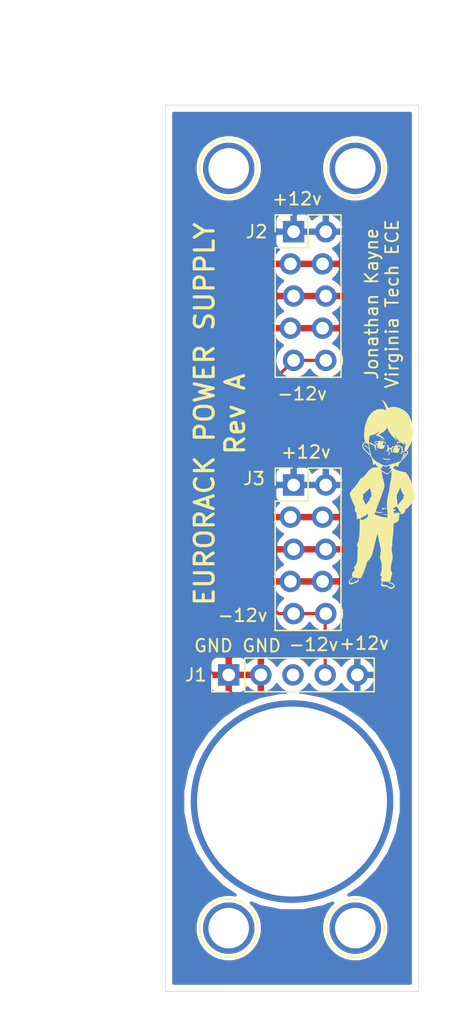
<source format=kicad_pcb>
(kicad_pcb (version 20171130) (host pcbnew "(5.1.0)-1")

  (general
    (thickness 1.6)
    (drawings 16)
    (tracks 8)
    (zones 0)
    (modules 9)
    (nets 9)
  )

  (page A4)
  (layers
    (0 F.Cu signal)
    (31 B.Cu signal)
    (32 B.Adhes user)
    (33 F.Adhes user)
    (34 B.Paste user)
    (35 F.Paste user)
    (36 B.SilkS user)
    (37 F.SilkS user)
    (38 B.Mask user)
    (39 F.Mask user)
    (40 Dwgs.User user)
    (41 Cmts.User user)
    (42 Eco1.User user)
    (43 Eco2.User user)
    (44 Edge.Cuts user)
    (45 Margin user)
    (46 B.CrtYd user)
    (47 F.CrtYd user)
    (48 B.Fab user)
    (49 F.Fab user hide)
  )

  (setup
    (last_trace_width 0.25)
    (user_trace_width 0.508)
    (trace_clearance 0.2)
    (zone_clearance 0.508)
    (zone_45_only no)
    (trace_min 0.2)
    (via_size 0.8)
    (via_drill 0.4)
    (via_min_size 0.4)
    (via_min_drill 0.3)
    (uvia_size 0.3)
    (uvia_drill 0.1)
    (uvias_allowed no)
    (uvia_min_size 0.2)
    (uvia_min_drill 0.1)
    (edge_width 0.05)
    (segment_width 0.2)
    (pcb_text_width 0.3)
    (pcb_text_size 1.5 1.5)
    (mod_edge_width 0.12)
    (mod_text_size 1 1)
    (mod_text_width 0.15)
    (pad_size 1.524 1.524)
    (pad_drill 0.762)
    (pad_to_mask_clearance 0.051)
    (solder_mask_min_width 0.25)
    (aux_axis_origin 0 0)
    (visible_elements 7FFFFFFF)
    (pcbplotparams
      (layerselection 0x010f0_ffffffff)
      (usegerberextensions true)
      (usegerberattributes false)
      (usegerberadvancedattributes false)
      (creategerberjobfile false)
      (excludeedgelayer true)
      (linewidth 0.100000)
      (plotframeref false)
      (viasonmask false)
      (mode 1)
      (useauxorigin false)
      (hpglpennumber 1)
      (hpglpenspeed 20)
      (hpglpendiameter 15.000000)
      (psnegative false)
      (psa4output false)
      (plotreference true)
      (plotvalue true)
      (plotinvisibletext false)
      (padsonsilk false)
      (subtractmaskfromsilk false)
      (outputformat 1)
      (mirror false)
      (drillshape 0)
      (scaleselection 1)
      (outputdirectory "Gerber/"))
  )

  (net 0 "")
  (net 1 "Net-(CN1-Pad1)")
  (net 2 "Net-(CN2-Pad1)")
  (net 3 "Net-(CN3-Pad1)")
  (net 4 "Net-(CN4-Pad1)")
  (net 5 GND)
  (net 6 "Net-(J1-Pad3)")
  (net 7 -12V)
  (net 8 +12V)

  (net_class Default "This is the default net class."
    (clearance 0.2)
    (trace_width 0.25)
    (via_dia 0.8)
    (via_drill 0.4)
    (uvia_dia 0.3)
    (uvia_drill 0.1)
    (add_net +12V)
    (add_net -12V)
    (add_net GND)
    (add_net "Net-(CN1-Pad1)")
    (add_net "Net-(CN2-Pad1)")
    (add_net "Net-(CN3-Pad1)")
    (add_net "Net-(CN4-Pad1)")
    (add_net "Net-(J1-Pad3)")
  )

  (module Synth:ChibiLogo (layer F.Cu) (tedit 5CD9BA65) (tstamp 5CEE047A)
    (at 87.4 80.6)
    (fp_text reference G*** (at 0 0) (layer F.Fab) hide
      (effects (font (size 1.524 1.524) (thickness 0.3)))
    )
    (fp_text value LOGO (at 0.75 0) (layer F.Fab) hide
      (effects (font (size 1.524 1.524) (thickness 0.3)))
    )
    (fp_poly (pts (xy -1.597012 -3.724555) (xy -1.563212 -3.708851) (xy -1.526089 -3.683261) (xy -1.486888 -3.648697)
      (xy -1.446854 -3.606071) (xy -1.407232 -3.556294) (xy -1.369267 -3.500278) (xy -1.353843 -3.474641)
      (xy -1.342349 -3.454042) (xy -1.335569 -3.440365) (xy -1.334731 -3.43698) (xy -1.340866 -3.442401)
      (xy -1.356227 -3.457428) (xy -1.379009 -3.480253) (xy -1.407406 -3.509069) (xy -1.436688 -3.53906)
      (xy -1.483513 -3.585578) (xy -1.525213 -3.623734) (xy -1.560754 -3.652739) (xy -1.589098 -3.671804)
      (xy -1.609212 -3.680141) (xy -1.619155 -3.67811) (xy -1.625553 -3.666175) (xy -1.632257 -3.646218)
      (xy -1.633024 -3.643313) (xy -1.640569 -3.622411) (xy -1.648754 -3.617209) (xy -1.65787 -3.627744)
      (xy -1.666084 -3.64768) (xy -1.672569 -3.670647) (xy -1.672126 -3.68737) (xy -1.666029 -3.703243)
      (xy -1.649666 -3.722663) (xy -1.626245 -3.729463) (xy -1.597012 -3.724555)) (layer F.SilkS) (width 0.01))
    (fp_poly (pts (xy -0.405912 -4.218336) (xy -0.378496 -4.212916) (xy -0.342914 -4.203033) (xy -0.302368 -4.189598)
      (xy -0.260064 -4.173523) (xy -0.250481 -4.169573) (xy -0.226897 -4.158416) (xy -0.199006 -4.143342)
      (xy -0.1702 -4.126444) (xy -0.143875 -4.109819) (xy -0.123424 -4.095563) (xy -0.112243 -4.085769)
      (xy -0.111125 -4.083548) (xy -0.114067 -4.080514) (xy -0.124319 -4.08343) (xy -0.144023 -4.093173)
      (xy -0.170165 -4.107683) (xy -0.202417 -4.124476) (xy -0.241346 -4.14243) (xy -0.283406 -4.160166)
      (xy -0.325051 -4.176302) (xy -0.362735 -4.18946) (xy -0.392912 -4.198258) (xy -0.410766 -4.201312)
      (xy -0.43012 -4.204034) (xy -0.43607 -4.209583) (xy -0.427554 -4.216339) (xy -0.421954 -4.21838)
      (xy -0.405912 -4.218336)) (layer F.SilkS) (width 0.01))
    (fp_poly (pts (xy 0.972057 -3.810538) (xy 1.016409 -3.809176) (xy 1.056282 -3.806952) (xy 1.088287 -3.803876)
      (xy 1.091406 -3.803454) (xy 1.102881 -3.801249) (xy 1.102044 -3.799505) (xy 1.088186 -3.798184)
      (xy 1.060597 -3.797248) (xy 1.018565 -3.796657) (xy 0.961381 -3.796374) (xy 0.960437 -3.796372)
      (xy 0.900027 -3.796458) (xy 0.854585 -3.797034) (xy 0.823211 -3.798145) (xy 0.805005 -3.799835)
      (xy 0.799065 -3.802147) (xy 0.801687 -3.804145) (xy 0.817615 -3.807211) (xy 0.846004 -3.809375)
      (xy 0.883466 -3.810645) (xy 0.926613 -3.81103) (xy 0.972057 -3.810538)) (layer F.SilkS) (width 0.01))
    (fp_poly (pts (xy 0.088183 -3.749224) (xy 0.109426 -3.744477) (xy 0.13801 -3.736362) (xy 0.151531 -3.73209)
      (xy 0.218281 -3.710368) (xy 0.21659 -3.617309) (xy 0.216487 -3.581005) (xy 0.217462 -3.551327)
      (xy 0.219339 -3.531376) (xy 0.221882 -3.52425) (xy 0.230464 -3.530518) (xy 0.232178 -3.534172)
      (xy 0.242664 -3.542145) (xy 0.264742 -3.544044) (xy 0.295508 -3.540267) (xy 0.332058 -3.531211)
      (xy 0.371486 -3.517271) (xy 0.379045 -3.514112) (xy 0.44456 -3.486008) (xy 0.449605 -3.507114)
      (xy 0.46087 -3.541728) (xy 0.477655 -3.5787) (xy 0.497182 -3.612846) (xy 0.516676 -3.638983)
      (xy 0.524179 -3.64632) (xy 0.543578 -3.660498) (xy 0.56107 -3.66565) (xy 0.585074 -3.664157)
      (xy 0.586501 -3.663963) (xy 0.620249 -3.656306) (xy 0.643607 -3.645124) (xy 0.655626 -3.632219)
      (xy 0.655358 -3.619391) (xy 0.641855 -3.608443) (xy 0.61916 -3.601942) (xy 0.588889 -3.591126)
      (xy 0.563067 -3.56906) (xy 0.540871 -3.534535) (xy 0.521475 -3.486342) (xy 0.507784 -3.438577)
      (xy 0.496007 -3.380623) (xy 0.493002 -3.333189) (xy 0.498783 -3.293553) (xy 0.508607 -3.267883)
      (xy 0.523403 -3.237111) (xy 0.531576 -3.216848) (xy 0.533955 -3.203585) (xy 0.531371 -3.193814)
      (xy 0.52753 -3.18782) (xy 0.518101 -3.178743) (xy 0.505398 -3.178005) (xy 0.489996 -3.182331)
      (xy 0.458897 -3.199186) (xy 0.431499 -3.225468) (xy 0.41428 -3.254375) (xy 0.411192 -3.277125)
      (xy 0.413499 -3.31344) (xy 0.416684 -3.336391) (xy 0.421309 -3.370376) (xy 0.422143 -3.391031)
      (xy 0.419216 -3.400436) (xy 0.417643 -3.401364) (xy 0.397403 -3.407046) (xy 0.368988 -3.414149)
      (xy 0.336836 -3.421671) (xy 0.305386 -3.428614) (xy 0.279075 -3.433975) (xy 0.262342 -3.436756)
      (xy 0.259795 -3.436938) (xy 0.249472 -3.433996) (xy 0.248066 -3.422282) (xy 0.249338 -3.41511)
      (xy 0.252234 -3.397386) (xy 0.256039 -3.368966) (xy 0.260086 -3.334952) (xy 0.261525 -3.321844)
      (xy 0.266052 -3.286371) (xy 0.272907 -3.240915) (xy 0.281201 -3.191041) (xy 0.290046 -3.142312)
      (xy 0.291079 -3.136926) (xy 0.299942 -3.089734) (xy 0.305326 -3.055338) (xy 0.306984 -3.030991)
      (xy 0.304666 -3.013946) (xy 0.298125 -3.001456) (xy 0.287112 -2.990775) (xy 0.277198 -2.983327)
      (xy 0.256696 -2.972156) (xy 0.234122 -2.96503) (xy 0.214033 -2.962672) (xy 0.200988 -2.96581)
      (xy 0.198437 -2.970787) (xy 0.203969 -2.982545) (xy 0.218118 -2.999625) (xy 0.229285 -3.010523)
      (xy 0.260133 -3.038392) (xy 0.244167 -3.120587) (xy 0.235159 -3.17815) (xy 0.229659 -3.241761)
      (xy 0.227287 -3.315999) (xy 0.22721 -3.323802) (xy 0.226557 -3.365601) (xy 0.225409 -3.401153)
      (xy 0.223903 -3.427736) (xy 0.222172 -3.442628) (xy 0.221198 -3.444849) (xy 0.218155 -3.437581)
      (xy 0.214587 -3.418281) (xy 0.211157 -3.390749) (xy 0.210431 -3.38336) (xy 0.203565 -3.334121)
      (xy 0.192411 -3.29861) (xy 0.17523 -3.274882) (xy 0.150285 -3.260997) (xy 0.115837 -3.255013)
      (xy 0.095 -3.254375) (xy 0.056063 -3.256856) (xy 0.030036 -3.264016) (xy 0.017776 -3.275432)
      (xy 0.020137 -3.290678) (xy 0.020497 -3.291279) (xy 0.034218 -3.303299) (xy 0.052247 -3.310763)
      (xy 0.077476 -3.316638) (xy 0.096441 -3.320972) (xy 0.109221 -3.326169) (xy 0.11914 -3.336516)
      (xy 0.126607 -3.35386) (xy 0.132033 -3.380046) (xy 0.135826 -3.41692) (xy 0.138397 -3.466327)
      (xy 0.13986 -3.516554) (xy 0.143059 -3.655701) (xy 0.107248 -3.690847) (xy 0.083808 -3.716026)
      (xy 0.07284 -3.733805) (xy 0.073631 -3.745625) (xy 0.07811 -3.749687) (xy 0.088183 -3.749224)) (layer F.SilkS) (width 0.01))
    (fp_poly (pts (xy -0.184424 -2.725106) (xy -0.163036 -2.710591) (xy -0.156562 -2.706002) (xy -0.130271 -2.68861)
      (xy -0.104719 -2.67527) (xy -0.077253 -2.665462) (xy -0.045223 -2.658663) (xy -0.005976 -2.654354)
      (xy 0.043138 -2.652013) (xy 0.104772 -2.65112) (xy 0.123031 -2.65106) (xy 0.205487 -2.650085)
      (xy 0.272338 -2.647444) (xy 0.32377 -2.643103) (xy 0.359969 -2.637031) (xy 0.381122 -2.629195)
      (xy 0.387412 -2.619563) (xy 0.379028 -2.608103) (xy 0.377498 -2.606935) (xy 0.369934 -2.603386)
      (xy 0.356857 -2.600634) (xy 0.336525 -2.598592) (xy 0.3072 -2.597176) (xy 0.267141 -2.5963)
      (xy 0.214609 -2.595879) (xy 0.151279 -2.595822) (xy 0.085812 -2.596026) (xy 0.034069 -2.596539)
      (xy -0.006099 -2.597489) (xy -0.036841 -2.598998) (xy -0.060308 -2.601192) (xy -0.078648 -2.604196)
      (xy -0.094011 -2.608134) (xy -0.101222 -2.610484) (xy -0.127908 -2.621325) (xy -0.150415 -2.633248)
      (xy -0.159025 -2.639468) (xy -0.178612 -2.661411) (xy -0.194542 -2.686722) (xy -0.203893 -2.710117)
      (xy -0.20496 -2.722522) (xy -0.202526 -2.730096) (xy -0.196634 -2.731283) (xy -0.184424 -2.725106)) (layer F.SilkS) (width 0.01))
    (fp_poly (pts (xy 0.074844 -2.475046) (xy 0.097579 -2.471368) (xy 0.124644 -2.466496) (xy 0.150431 -2.461459)
      (xy 0.169338 -2.457287) (xy 0.174402 -2.455867) (xy 0.182104 -2.451457) (xy 0.175606 -2.445213)
      (xy 0.174402 -2.444445) (xy 0.154381 -2.438487) (xy 0.126481 -2.437778) (xy 0.097678 -2.44197)
      (xy 0.07739 -2.449291) (xy 0.062101 -2.460294) (xy 0.055284 -2.470454) (xy 0.058966 -2.476181)
      (xy 0.062042 -2.4765) (xy 0.074844 -2.475046)) (layer F.SilkS) (width 0.01))
    (fp_poly (pts (xy -0.320365 -7.329085) (xy -0.315516 -7.326226) (xy -0.29603 -7.315889) (xy -0.281172 -7.310633)
      (xy -0.279439 -7.310468) (xy -0.265028 -7.305463) (xy -0.24174 -7.291921) (xy -0.212458 -7.271969)
      (xy -0.180062 -7.247736) (xy -0.147435 -7.221351) (xy -0.117457 -7.194941) (xy -0.099731 -7.177723)
      (xy -0.071344 -7.146717) (xy -0.039257 -7.108713) (xy -0.008614 -7.0699) (xy 0.004313 -7.052469)
      (xy 0.031391 -7.011555) (xy 0.061851 -6.959988) (xy 0.093512 -6.901985) (xy 0.124194 -6.841761)
      (xy 0.151716 -6.783533) (xy 0.1739 -6.731516) (xy 0.183306 -6.706305) (xy 0.201474 -6.653828)
      (xy 0.241627 -6.677593) (xy 0.312624 -6.713812) (xy 0.387066 -6.739866) (xy 0.466972 -6.756048)
      (xy 0.554363 -6.762654) (xy 0.651259 -6.759975) (xy 0.743186 -6.750543) (xy 0.837679 -6.736396)
      (xy 0.921093 -6.719662) (xy 0.998182 -6.69894) (xy 1.073696 -6.67283) (xy 1.152388 -6.639932)
      (xy 1.210468 -6.612809) (xy 1.350608 -6.539191) (xy 1.475596 -6.461005) (xy 1.585417 -6.378261)
      (xy 1.680054 -6.290973) (xy 1.759494 -6.199152) (xy 1.785068 -6.16398) (xy 1.839816 -6.076165)
      (xy 1.892502 -5.974871) (xy 1.942309 -5.862447) (xy 1.98842 -5.741239) (xy 2.030015 -5.613596)
      (xy 2.066279 -5.481865) (xy 2.096394 -5.348394) (xy 2.119541 -5.21553) (xy 2.122459 -5.195094)
      (xy 2.133763 -5.097204) (xy 2.141936 -4.991762) (xy 2.146909 -4.882702) (xy 2.148611 -4.773961)
      (xy 2.146972 -4.669473) (xy 2.141922 -4.573173) (xy 2.134877 -4.500563) (xy 2.123876 -4.426171)
      (xy 2.108274 -4.341405) (xy 2.089094 -4.250732) (xy 2.06736 -4.158625) (xy 2.044095 -4.069553)
      (xy 2.020323 -3.987986) (xy 2.010534 -3.957347) (xy 1.995577 -3.91705) (xy 1.974066 -3.866086)
      (xy 1.947473 -3.807483) (xy 1.917271 -3.744271) (xy 1.884934 -3.679477) (xy 1.851933 -3.616132)
      (xy 1.819742 -3.557263) (xy 1.795959 -3.516093) (xy 1.765169 -3.466564) (xy 1.735152 -3.422317)
      (xy 1.707466 -3.385399) (xy 1.683672 -3.357857) (xy 1.665328 -3.341737) (xy 1.661482 -3.339595)
      (xy 1.647288 -3.329905) (xy 1.648446 -3.32048) (xy 1.665156 -3.310988) (xy 1.681819 -3.305387)
      (xy 1.722329 -3.287501) (xy 1.749962 -3.261066) (xy 1.76532 -3.225154) (xy 1.769008 -3.178836)
      (xy 1.768647 -3.171775) (xy 1.760743 -3.122775) (xy 1.742675 -3.074402) (xy 1.713267 -3.024449)
      (xy 1.671344 -2.970706) (xy 1.647281 -2.943833) (xy 1.615323 -2.908032) (xy 1.582337 -2.868858)
      (xy 1.552664 -2.83158) (xy 1.534326 -2.8068) (xy 1.509971 -2.774579) (xy 1.478707 -2.736711)
      (xy 1.445067 -2.698552) (xy 1.421275 -2.673239) (xy 1.391964 -2.643513) (xy 1.370936 -2.623584)
      (xy 1.355645 -2.611639) (xy 1.343545 -2.605867) (xy 1.33209 -2.604456) (xy 1.325199 -2.604877)
      (xy 1.3117 -2.605503) (xy 1.301844 -2.602437) (xy 1.292939 -2.592937) (xy 1.282293 -2.574262)
      (xy 1.269286 -2.547938) (xy 1.254058 -2.519194) (xy 1.235217 -2.487402) (xy 1.214829 -2.455604)
      (xy 1.194959 -2.426847) (xy 1.177672 -2.404172) (xy 1.165034 -2.390624) (xy 1.160875 -2.388175)
      (xy 1.14886 -2.386601) (xy 1.137189 -2.385297) (xy 1.113097 -2.377095) (xy 1.095761 -2.356971)
      (xy 1.086786 -2.335621) (xy 1.076097 -2.308541) (xy 1.063446 -2.282991) (xy 1.063266 -2.282678)
      (xy 1.055448 -2.265598) (xy 1.044635 -2.237236) (xy 1.032262 -2.201554) (xy 1.019903 -2.162969)
      (xy 1.00522 -2.115471) (xy 0.994187 -2.080977) (xy 0.985909 -2.057277) (xy 0.979494 -2.042164)
      (xy 0.974049 -2.033429) (xy 0.968681 -2.028865) (xy 0.96498 -2.027154) (xy 0.953135 -2.028912)
      (xy 0.932009 -2.03752) (xy 0.905679 -2.051249) (xy 0.899112 -2.055071) (xy 0.866999 -2.072863)
      (xy 0.834182 -2.088979) (xy 0.80754 -2.100051) (xy 0.806579 -2.100383) (xy 0.768445 -2.113376)
      (xy 0.719582 -2.079292) (xy 0.687215 -2.056882) (xy 0.652267 -2.032939) (xy 0.62677 -2.015659)
      (xy 0.595766 -1.994113) (xy 0.577291 -1.978893) (xy 0.57023 -1.968204) (xy 0.573469 -1.960254)
      (xy 0.585895 -1.95325) (xy 0.587564 -1.952547) (xy 0.606776 -1.940732) (xy 0.629179 -1.921597)
      (xy 0.641271 -1.908999) (xy 0.682054 -1.869385) (xy 0.732844 -1.830489) (xy 0.788131 -1.79639)
      (xy 0.805709 -1.78724) (xy 0.830814 -1.776978) (xy 0.869123 -1.76416) (xy 0.918284 -1.749386)
      (xy 0.975941 -1.733254) (xy 1.039743 -1.716361) (xy 1.107333 -1.699308) (xy 1.17636 -1.682692)
      (xy 1.244469 -1.667112) (xy 1.309306 -1.653166) (xy 1.368517 -1.641454) (xy 1.403627 -1.635194)
      (xy 1.459815 -1.625281) (xy 1.502734 -1.61655) (xy 1.534888 -1.608368) (xy 1.558777 -1.600101)
      (xy 1.576267 -1.591494) (xy 1.596305 -1.577882) (xy 1.608989 -1.565672) (xy 1.611312 -1.56062)
      (xy 1.616241 -1.549884) (xy 1.629213 -1.531345) (xy 1.647506 -1.508866) (xy 1.649015 -1.50713)
      (xy 1.691527 -1.455839) (xy 1.731729 -1.401477) (xy 1.770921 -1.341885) (xy 1.810407 -1.274905)
      (xy 1.851488 -1.198376) (xy 1.895465 -1.110141) (xy 1.922137 -1.054186) (xy 1.967292 -0.95569)
      (xy 2.006226 -0.864808) (xy 2.040901 -0.776405) (xy 2.073279 -0.685348) (xy 2.105323 -0.586505)
      (xy 2.122901 -0.529011) (xy 2.15159 -0.436281) (xy 2.182778 -0.340301) (xy 2.215065 -0.245146)
      (xy 2.24705 -0.154892) (xy 2.277335 -0.073615) (xy 2.29338 -0.032667) (xy 2.326479 0.061073)
      (xy 2.347011 0.147156) (xy 2.354956 0.227651) (xy 2.350292 0.304629) (xy 2.332999 0.380161)
      (xy 2.303055 0.456316) (xy 2.288105 0.486325) (xy 2.259366 0.536994) (xy 2.222167 0.596342)
      (xy 2.178652 0.661233) (xy 2.130964 0.72853) (xy 2.081249 0.795097) (xy 2.047875 0.837726)
      (xy 2.020207 0.872428) (xy 1.985906 0.915593) (xy 1.948156 0.963208) (xy 1.910138 1.011257)
      (xy 1.88235 1.046451) (xy 1.835077 1.105846) (xy 1.795686 1.15374) (xy 1.762662 1.191431)
      (xy 1.73449 1.220213) (xy 1.709655 1.241382) (xy 1.686642 1.256235) (xy 1.663937 1.266066)
      (xy 1.640024 1.272171) (xy 1.614268 1.275757) (xy 1.589083 1.279297) (xy 1.576137 1.284339)
      (xy 1.571794 1.292586) (xy 1.571625 1.295713) (xy 1.568706 1.319247) (xy 1.560793 1.353345)
      (xy 1.549152 1.393985) (xy 1.535048 1.437141) (xy 1.519747 1.47879) (xy 1.504514 1.514907)
      (xy 1.499214 1.525934) (xy 1.469548 1.576002) (xy 1.434422 1.620758) (xy 1.396144 1.658168)
      (xy 1.35702 1.686197) (xy 1.319358 1.702811) (xy 1.294404 1.706562) (xy 1.267764 1.699376)
      (xy 1.242749 1.682151) (xy 1.214947 1.65774) (xy 1.188895 1.677245) (xy 1.149919 1.702746)
      (xy 1.115262 1.718209) (xy 1.0918 1.722437) (xy 1.080404 1.723458) (xy 1.074353 1.729059)
      (xy 1.071954 1.743048) (xy 1.071515 1.768078) (xy 1.070167 1.796593) (xy 1.066599 1.834385)
      (xy 1.061459 1.875114) (xy 1.058744 1.893093) (xy 1.053358 1.934679) (xy 1.04875 1.98502)
      (xy 1.045491 2.037001) (xy 1.044269 2.073212) (xy 1.042805 2.121238) (xy 1.040206 2.155288)
      (xy 1.03626 2.177232) (xy 1.031285 2.188305) (xy 1.000058 2.22687) (xy 0.973373 2.256105)
      (xy 0.947095 2.279974) (xy 0.91709 2.30244) (xy 0.900512 2.313649) (xy 0.852408 2.343658)
      (xy 0.796297 2.375826) (xy 0.737753 2.407147) (xy 0.682349 2.434615) (xy 0.6456 2.451135)
      (xy 0.604608 2.468419) (xy 0.608132 2.609381) (xy 0.609474 2.657962) (xy 0.61097 2.70362)
      (xy 0.612489 2.74291) (xy 0.613901 2.772383) (xy 0.614819 2.786062) (xy 0.616118 2.819756)
      (xy 0.615491 2.866931) (xy 0.613112 2.925333) (xy 0.609156 2.992707) (xy 0.603796 3.066798)
      (xy 0.597209 3.145353) (xy 0.589567 3.226117) (xy 0.581047 3.306835) (xy 0.571822 3.385253)
      (xy 0.563498 3.448843) (xy 0.555282 3.514711) (xy 0.547156 3.591516) (xy 0.539572 3.674325)
      (xy 0.532985 3.758206) (xy 0.528097 3.833812) (xy 0.523089 3.919285) (xy 0.518424 3.992078)
      (xy 0.513815 4.055372) (xy 0.508973 4.11235) (xy 0.503612 4.166194) (xy 0.497445 4.220085)
      (xy 0.490185 4.277206) (xy 0.483876 4.323891) (xy 0.475196 4.39369) (xy 0.47035 4.452236)
      (xy 0.469397 4.503697) (xy 0.4724 4.55224) (xy 0.47942 4.602035) (xy 0.488656 4.648755)
      (xy 0.496584 4.688659) (xy 0.5056 4.73943) (xy 0.514895 4.796178) (xy 0.523657 4.854007)
      (xy 0.529168 4.893468) (xy 0.54067 4.994842) (xy 0.546072 5.085188) (xy 0.545101 5.168245)
      (xy 0.537485 5.247752) (xy 0.522951 5.327448) (xy 0.501227 5.411072) (xy 0.488371 5.453062)
      (xy 0.475619 5.498749) (xy 0.462278 5.556903) (xy 0.449056 5.624169) (xy 0.436663 5.697193)
      (xy 0.43636 5.699125) (xy 0.424644 5.775311) (xy 0.415531 5.837935) (xy 0.408832 5.889062)
      (xy 0.40436 5.930755) (xy 0.401925 5.965081) (xy 0.401339 5.994105) (xy 0.402413 6.01989)
      (xy 0.404885 6.043929) (xy 0.413947 6.095366) (xy 0.428381 6.155503) (xy 0.446588 6.218781)
      (xy 0.466968 6.279636) (xy 0.487792 6.332214) (xy 0.505747 6.377494) (xy 0.514623 6.413988)
      (xy 0.514344 6.445989) (xy 0.504833 6.477789) (xy 0.486013 6.51368) (xy 0.484494 6.51621)
      (xy 0.475017 6.532607) (xy 0.4667 6.549168) (xy 0.459074 6.567684) (xy 0.451671 6.589944)
      (xy 0.444022 6.61774) (xy 0.435659 6.652863) (xy 0.426113 6.697101) (xy 0.414916 6.752248)
      (xy 0.401599 6.820092) (xy 0.39196 6.869906) (xy 0.383806 6.910528) (xy 0.375849 6.947275)
      (xy 0.368943 6.976385) (xy 0.363941 6.994099) (xy 0.363503 6.995296) (xy 0.348163 7.01674)
      (xy 0.323962 7.033403) (xy 0.297914 7.04054) (xy 0.296565 7.040562) (xy 0.289924 7.042705)
      (xy 0.293419 7.050742) (xy 0.306093 7.0651) (xy 0.333819 7.092005) (xy 0.358968 7.109532)
      (xy 0.386926 7.120192) (xy 0.423078 7.126492) (xy 0.44211 7.128451) (xy 0.482178 7.13339)
      (xy 0.511113 7.140432) (xy 0.533633 7.150826) (xy 0.538669 7.153999) (xy 0.559099 7.170734)
      (xy 0.585175 7.196619) (xy 0.613915 7.228153) (xy 0.642339 7.261838) (xy 0.667463 7.294173)
      (xy 0.686308 7.321658) (xy 0.694496 7.336911) (xy 0.703981 7.374568) (xy 0.704944 7.416555)
      (xy 0.697515 7.455418) (xy 0.692165 7.468537) (xy 0.670544 7.497213) (xy 0.636533 7.524985)
      (xy 0.593612 7.55044) (xy 0.545258 7.572161) (xy 0.494948 7.588733) (xy 0.446162 7.59874)
      (xy 0.402376 7.600766) (xy 0.377031 7.596808) (xy 0.3526 7.589289) (xy 0.330153 7.580091)
      (xy 0.305731 7.567174) (xy 0.275374 7.5485) (xy 0.246453 7.529571) (xy 0.217273 7.510814)
      (xy 0.192429 7.495961) (xy 0.175215 7.486919) (xy 0.169638 7.485062) (xy 0.158063 7.479364)
      (xy 0.145435 7.466829) (xy 0.134183 7.454104) (xy 0.121566 7.443987) (xy 0.105551 7.43605)
      (xy 0.084107 7.429861) (xy 0.055204 7.424993) (xy 0.016808 7.421013) (xy -0.033111 7.417494)
      (xy -0.096585 7.414004) (xy -0.106582 7.413497) (xy -0.173701 7.409708) (xy -0.226821 7.405661)
      (xy -0.267816 7.401061) (xy -0.298562 7.395608) (xy -0.320934 7.389006) (xy -0.336806 7.380957)
      (xy -0.343297 7.375937) (xy -0.353368 7.357532) (xy -0.357031 7.328873) (xy -0.354334 7.294212)
      (xy -0.345325 7.257797) (xy -0.344529 7.255619) (xy -0.258316 7.255619) (xy -0.251677 7.272841)
      (xy -0.236452 7.282925) (xy -0.211438 7.288516) (xy -0.205103 7.289334) (xy -0.172771 7.292199)
      (xy -0.134836 7.294138) (xy -0.111125 7.294631) (xy -0.066063 7.29722) (xy -0.019319 7.303965)
      (xy 0.024195 7.313843) (xy 0.059567 7.325829) (xy 0.074265 7.333251) (xy 0.13905 7.372347)
      (xy 0.193553 7.403334) (xy 0.240352 7.427406) (xy 0.282026 7.445761) (xy 0.321154 7.459595)
      (xy 0.360314 7.470106) (xy 0.377031 7.473743) (xy 0.418368 7.481125) (xy 0.451052 7.483637)
      (xy 0.48155 7.481242) (xy 0.516329 7.473904) (xy 0.520222 7.472914) (xy 0.560452 7.460744)
      (xy 0.596494 7.446455) (xy 0.625482 7.43151) (xy 0.644552 7.417372) (xy 0.650875 7.406211)
      (xy 0.644817 7.386684) (xy 0.626816 7.357365) (xy 0.597125 7.318622) (xy 0.560832 7.27624)
      (xy 0.529589 7.242836) (xy 0.503959 7.220463) (xy 0.480527 7.207093) (xy 0.455874 7.200699)
      (xy 0.431003 7.199234) (xy 0.386288 7.193104) (xy 0.344236 7.17641) (xy 0.30804 7.151425)
      (xy 0.28089 7.12042) (xy 0.265977 7.085667) (xy 0.265128 7.081141) (xy 0.260389 7.05151)
      (xy 0.15996 7.051189) (xy 0.090917 7.048941) (xy 0.027119 7.042981) (xy -0.011907 7.03673)
      (xy -0.054058 7.029716) (xy -0.100109 7.024113) (xy -0.141132 7.020976) (xy -0.146844 7.020768)
      (xy -0.178679 7.019187) (xy -0.205521 7.016653) (xy -0.222437 7.013657) (xy -0.224235 7.013029)
      (xy -0.23126 7.01152) (xy -0.235426 7.01632) (xy -0.237463 7.030305) (xy -0.238099 7.056352)
      (xy -0.238125 7.067829) (xy -0.23998 7.108503) (xy -0.24481 7.153857) (xy -0.25065 7.189179)
      (xy -0.257573 7.228614) (xy -0.258316 7.255619) (xy -0.344529 7.255619) (xy -0.341861 7.248328)
      (xy -0.322646 7.182969) (xy -0.311554 7.104784) (xy -0.308691 7.0485) (xy -0.308241 7.015824)
      (xy -0.309055 6.996011) (xy -0.311797 6.986057) (xy -0.317131 6.982961) (xy -0.323106 6.983316)
      (xy -0.340388 6.977968) (xy -0.359692 6.958433) (xy -0.370926 6.942423) (xy -0.376219 6.928621)
      (xy -0.376543 6.911227) (xy -0.372871 6.88444) (xy -0.372492 6.882083) (xy -0.365465 6.848023)
      (xy -0.355973 6.813657) (xy -0.349727 6.79584) (xy -0.337657 6.765656) (xy -0.324042 6.73154)
      (xy -0.318176 6.716818) (xy -0.30734 6.682936) (xy -0.30707 6.658234) (xy -0.318384 6.639211)
      (xy -0.342298 6.622369) (xy -0.346204 6.620253) (xy -0.372475 6.604492) (xy -0.391889 6.587489)
      (xy -0.404672 6.567279) (xy -0.411053 6.541894) (xy -0.411258 6.509369) (xy -0.405515 6.467736)
      (xy -0.394052 6.41503) (xy -0.377413 6.350461) (xy -0.359045 6.281227) (xy -0.344635 6.223685)
      (xy -0.333705 6.174285) (xy -0.32578 6.129475) (xy -0.320383 6.085705) (xy -0.317038 6.039423)
      (xy -0.315268 5.98708) (xy -0.314597 5.925123) (xy -0.314524 5.881687) (xy -0.315677 5.784865)
      (xy -0.319415 5.700247) (xy -0.326188 5.624307) (xy -0.33645 5.553519) (xy -0.350652 5.484356)
      (xy -0.369246 5.413291) (xy -0.378596 5.381625) (xy -0.39961 5.312194) (xy -0.416324 5.256054)
      (xy -0.429175 5.211343) (xy -0.4386 5.176201) (xy -0.445036 5.148766) (xy -0.448917 5.127176)
      (xy -0.450681 5.109571) (xy -0.450765 5.094088) (xy -0.449603 5.078868) (xy -0.449593 5.078772)
      (xy -0.440755 5.029849) (xy -0.425949 4.989125) (xy -0.40645 4.959774) (xy -0.399269 4.953179)
      (xy -0.379693 4.93778) (xy -0.401569 4.909098) (xy -0.420169 4.87491) (xy -0.427327 4.834945)
      (xy -0.423124 4.787334) (xy -0.409143 4.734718) (xy -0.39135 4.670496) (xy -0.3798 4.606811)
      (xy -0.375163 4.548349) (xy -0.376865 4.50862) (xy -0.379934 4.490131) (xy -0.386185 4.458463)
      (xy -0.39513 4.415884) (xy -0.406278 4.364657) (xy -0.419141 4.30705) (xy -0.43323 4.245328)
      (xy -0.440305 4.214812) (xy -0.455843 4.147117) (xy -0.471237 4.078152) (xy -0.48581 4.0111)
      (xy -0.49888 3.949141) (xy -0.50977 3.895457) (xy -0.517801 3.853229) (xy -0.519286 3.844811)
      (xy -0.529403 3.789892) (xy -0.541811 3.728092) (xy -0.554964 3.666839) (xy -0.567317 3.613559)
      (xy -0.567767 3.611723) (xy -0.586562 3.530741) (xy -0.601505 3.456989) (xy -0.612221 3.392615)
      (xy -0.618337 3.339768) (xy -0.619651 3.313906) (xy -0.621154 3.279606) (xy -0.624844 3.260811)
      (xy -0.631374 3.257418) (xy -0.641395 3.269329) (xy -0.65556 3.29644) (xy -0.660723 3.307541)
      (xy -0.682049 3.360126) (xy -0.704272 3.425906) (xy -0.726636 3.502288) (xy -0.748385 3.586679)
      (xy -0.768763 3.676485) (xy -0.770138 3.683) (xy -0.781282 3.733564) (xy -0.7952 3.792976)
      (xy -0.810341 3.854811) (xy -0.825155 3.912641) (xy -0.829521 3.929062) (xy -0.842893 3.980598)
      (xy -0.858118 4.042221) (xy -0.87389 4.108461) (xy -0.888903 4.173849) (xy -0.899946 4.223991)
      (xy -0.913162 4.283434) (xy -0.929016 4.351324) (xy -0.946839 4.425064) (xy -0.965961 4.502054)
      (xy -0.985709 4.579693) (xy -1.005415 4.655384) (xy -1.024407 4.726526) (xy -1.042016 4.79052)
      (xy -1.05757 4.844766) (xy -1.0704 4.886666) (xy -1.072624 4.893468) (xy -1.112145 4.997621)
      (xy -1.159679 5.094357) (xy -1.21692 5.186297) (xy -1.285561 5.276062) (xy -1.367298 5.366271)
      (xy -1.398732 5.397863) (xy -1.42989 5.430406) (xy -1.455171 5.461964) (xy -1.476189 5.495655)
      (xy -1.494556 5.534594) (xy -1.511885 5.581899) (xy -1.529791 5.640686) (xy -1.536175 5.663406)
      (xy -1.555012 5.729991) (xy -1.578428 5.810298) (xy -1.606022 5.902977) (xy -1.637393 6.006678)
      (xy -1.672064 6.119812) (xy -1.69042 6.175614) (xy -1.707431 6.218644) (xy -1.724403 6.251781)
      (xy -1.742643 6.277903) (xy -1.745243 6.281012) (xy -1.753964 6.301394) (xy -1.755307 6.325632)
      (xy -1.756751 6.354183) (xy -1.766002 6.385005) (xy -1.784278 6.42113) (xy -1.809784 6.461174)
      (xy -1.849194 6.526383) (xy -1.880819 6.593412) (xy -1.902591 6.657616) (xy -1.908276 6.682494)
      (xy -1.914744 6.711884) (xy -1.921511 6.735387) (xy -1.927221 6.748375) (xy -1.927739 6.748975)
      (xy -1.938999 6.756051) (xy -1.957848 6.761034) (xy -1.986543 6.764218) (xy -2.027341 6.765894)
      (xy -2.061773 6.766315) (xy -2.143139 6.766718) (xy -2.143132 6.863436) (xy -2.143812 6.903227)
      (xy -2.145665 6.939111) (xy -2.148404 6.967033) (xy -2.151568 6.982498) (xy -2.172393 7.016635)
      (xy -2.207697 7.048983) (xy -2.25611 7.078704) (xy -2.316264 7.10496) (xy -2.386791 7.12691)
      (xy -2.38753 7.127102) (xy -2.428339 7.137867) (xy -2.458542 7.146893) (xy -2.482944 7.15626)
      (xy -2.506349 7.168047) (xy -2.533559 7.184335) (xy -2.562895 7.203031) (xy -2.589951 7.219663)
      (xy -2.61192 7.230242) (xy -2.634629 7.236635) (xy -2.663903 7.240714) (xy -2.686844 7.242812)
      (xy -2.741567 7.246729) (xy -2.783208 7.247376) (xy -2.81439 7.243785) (xy -2.83774 7.234991)
      (xy -2.85588 7.220026) (xy -2.871435 7.197922) (xy -2.886249 7.16935) (xy -2.904881 7.114031)
      (xy -2.909443 7.057369) (xy -2.903482 7.023089) (xy -2.849684 7.023089) (xy -2.834705 7.057622)
      (xy -2.814199 7.093036) (xy -2.788294 7.120166) (xy -2.759949 7.136674) (xy -2.732126 7.140219)
      (xy -2.7305 7.139961) (xy -2.71173 7.137203) (xy -2.684219 7.133784) (xy -2.663032 7.131423)
      (xy -2.578123 7.11626) (xy -2.497573 7.08983) (xy -2.425353 7.053553) (xy -2.401602 7.037965)
      (xy -2.385776 7.028233) (xy -2.359212 7.013426) (xy -2.325429 6.995448) (xy -2.287947 6.976205)
      (xy -2.28254 6.973486) (xy -2.186782 6.925468) (xy -2.180872 6.850062) (xy -2.178631 6.81645)
      (xy -2.177498 6.788531) (xy -2.177597 6.770286) (xy -2.178211 6.76585) (xy -2.187302 6.760418)
      (xy -2.209068 6.753848) (xy -2.240408 6.746749) (xy -2.278217 6.739729) (xy -2.319393 6.733397)
      (xy -2.360833 6.728362) (xy -2.377282 6.726805) (xy -2.413858 6.722137) (xy -2.456416 6.714459)
      (xy -2.495766 6.705432) (xy -2.495895 6.705398) (xy -2.558946 6.688744) (xy -2.587176 6.723671)
      (xy -2.602638 6.741253) (xy -2.626895 6.766991) (xy -2.657242 6.798098) (xy -2.690976 6.831783)
      (xy -2.711138 6.851511) (xy -2.749578 6.890047) (xy -2.782982 6.925924) (xy -2.809202 6.956714)
      (xy -2.826086 6.979991) (xy -2.828277 6.983757) (xy -2.849684 7.023089) (xy -2.903482 7.023089)
      (xy -2.899929 7.002657) (xy -2.886737 6.970738) (xy -2.865433 6.93828) (xy -2.833668 6.900617)
      (xy -2.794525 6.860825) (xy -2.751086 6.82198) (xy -2.706433 6.78716) (xy -2.694294 6.77866)
      (xy -2.662975 6.755635) (xy -2.633947 6.731295) (xy -2.609912 6.70823) (xy -2.593571 6.689031)
      (xy -2.587625 6.676391) (xy -2.593691 6.665859) (xy -2.607984 6.653045) (xy -2.624651 6.642998)
      (xy -2.627793 6.641751) (xy -2.641513 6.628991) (xy -2.651241 6.603432) (xy -2.656622 6.567729)
      (xy -2.657302 6.524536) (xy -2.652924 6.476507) (xy -2.651309 6.465928) (xy -2.64189 6.416039)
      (xy -2.630453 6.374233) (xy -2.615183 6.337178) (xy -2.594266 6.30154) (xy -2.565887 6.263987)
      (xy -2.528232 6.221184) (xy -2.50404 6.195385) (xy -2.436268 6.124115) (xy -2.45563 6.088229)
      (xy -2.475032 6.045509) (xy -2.490042 5.99936) (xy -2.498813 5.956125) (xy -2.500313 5.934761)
      (xy -2.495417 5.903312) (xy -2.479778 5.871775) (xy -2.45197 5.837816) (xy -2.425621 5.812363)
      (xy -2.383847 5.766239) (xy -2.34683 5.707497) (xy -2.314261 5.635442) (xy -2.285832 5.549379)
      (xy -2.261236 5.448611) (xy -2.258364 5.434692) (xy -2.247351 5.368112) (xy -2.238518 5.287733)
      (xy -2.231846 5.193202) (xy -2.227319 5.084166) (xy -2.224921 4.960273) (xy -2.224633 4.821169)
      (xy -2.225267 4.746625) (xy -2.22581 4.67765) (xy -2.225773 4.616945) (xy -2.225182 4.56604)
      (xy -2.224067 4.526462) (xy -2.222457 4.49974) (xy -2.220445 4.487543) (xy -2.207559 4.470669)
      (xy -2.193842 4.460405) (xy -2.179772 4.449924) (xy -2.174875 4.441344) (xy -2.176994 4.430719)
      (xy -2.182783 4.408051) (xy -2.191396 4.376515) (xy -2.201985 4.339287) (xy -2.203652 4.333545)
      (xy -2.223667 4.263308) (xy -2.239797 4.203627) (xy -2.251765 4.15561) (xy -2.259295 4.120367)
      (xy -2.262113 4.099008) (xy -2.262126 4.098132) (xy -2.257849 4.081941) (xy -2.246808 4.059212)
      (xy -2.237352 4.043871) (xy -2.206317 3.988404) (xy -2.177645 3.91767) (xy -2.151446 3.832115)
      (xy -2.127826 3.732186) (xy -2.106893 3.618329) (xy -2.088754 3.490991) (xy -2.075708 3.373437)
      (xy -2.07334 3.343182) (xy -2.070785 3.299689) (xy -2.068104 3.245012) (xy -2.065359 3.181204)
      (xy -2.06261 3.110319) (xy -2.059919 3.034411) (xy -2.057347 2.955532) (xy -2.054954 2.875737)
      (xy -2.052803 2.797079) (xy -2.050953 2.721612) (xy -2.049467 2.651389) (xy -2.048405 2.588464)
      (xy -2.047829 2.53489) (xy -2.047799 2.492722) (xy -2.048377 2.464012) (xy -2.048539 2.460625)
      (xy -2.050874 2.376748) (xy -2.047823 2.304283) (xy -2.039156 2.239625) (xy -2.032521 2.208583)
      (xy -2.014791 2.135135) (xy -2.039271 2.101847) (xy -2.053293 2.080748) (xy -2.06215 2.063515)
      (xy -2.06375 2.057368) (xy -2.069042 2.049428) (xy -2.073672 2.049833) (xy -2.085789 2.053873)
      (xy -2.10838 2.061078) (xy -2.136743 2.069952) (xy -2.139157 2.0707) (xy -2.169787 2.080216)
      (xy -2.19697 2.088712) (xy -2.214888 2.094367) (xy -2.215049 2.094419) (xy -2.242898 2.096875)
      (xy -2.264106 2.085109) (xy -2.276513 2.062316) (xy -2.278879 2.047796) (xy -2.280203 2.034381)
      (xy -2.031902 2.034381) (xy -1.968451 2.100473) (xy -1.943348 2.127287) (xy -1.922936 2.15036)
      (xy -1.909428 2.167103) (xy -1.905 2.174688) (xy -1.903707 2.179983) (xy -1.898091 2.18194)
      (xy -1.885546 2.180153) (xy -1.86347 2.174219) (xy -1.829256 2.163731) (xy -1.824051 2.162097)
      (xy -1.714129 2.120005) (xy -1.605926 2.063932) (xy -1.502612 1.995708) (xy -1.421504 1.929971)
      (xy -1.378539 1.891736) (xy -1.392321 1.83687) (xy -1.409149 1.784386) (xy -1.431633 1.735271)
      (xy -1.444015 1.715437) (xy -0.882521 1.715437) (xy -0.873868 1.719757) (xy -0.852711 1.729084)
      (xy -0.821265 1.742479) (xy -0.781746 1.759002) (xy -0.736368 1.777714) (xy -0.717811 1.785301)
      (xy -0.54555 1.848635) (xy -0.372182 1.898824) (xy -0.199869 1.935338) (xy -0.030775 1.957647)
      (xy -0.005777 1.959738) (xy 0.043053 1.964296) (xy 0.08314 1.969623) (xy 0.111941 1.975329)
      (xy 0.125191 1.979927) (xy 0.140879 1.988223) (xy 0.148774 1.991983) (xy 0.148828 1.991994)
      (xy 0.149569 1.984674) (xy 0.150184 1.964427) (xy 0.150616 1.934203) (xy 0.150808 1.89695)
      (xy 0.150812 1.890067) (xy 0.150812 1.787822) (xy 0.113626 1.778458) (xy 0.079919 1.770459)
      (xy 0.043762 1.762981) (xy 0.001733 1.755402) (xy -0.049586 1.747101) (xy -0.105955 1.738587)
      (xy -0.144435 1.732621) (xy -0.176992 1.727043) (xy -0.200528 1.722424) (xy -0.211946 1.719331)
      (xy -0.21245 1.719009) (xy -0.209179 1.715674) (xy -0.192661 1.713947) (xy -0.165421 1.713655)
      (xy -0.129985 1.714628) (xy -0.088881 1.716694) (xy -0.044635 1.719679) (xy 0.000227 1.723414)
      (xy 0.043178 1.727725) (xy 0.081691 1.732442) (xy 0.11324 1.737392) (xy 0.135298 1.742403)
      (xy 0.136346 1.742728) (xy 0.141698 1.743939) (xy 0.145595 1.74236) (xy 0.148178 1.736001)
      (xy 0.149587 1.722875) (xy 0.149963 1.700995) (xy 0.149448 1.668373) (xy 0.148182 1.623021)
      (xy 0.147163 1.590225) (xy 0.145109 1.535144) (xy 0.142455 1.479313) (xy 0.139446 1.427019)
      (xy 0.136326 1.382548) (xy 0.133687 1.353343) (xy 0.131034 1.328647) (xy 0.559832 1.328647)
      (xy 0.566767 1.331215) (xy 0.582948 1.332164) (xy 0.610488 1.3316) (xy 0.651501 1.329633)
      (xy 0.657049 1.329329) (xy 0.696348 1.327564) (xy 0.730099 1.326813) (xy 0.755044 1.327093)
      (xy 0.767925 1.328423) (xy 0.768646 1.328733) (xy 0.772932 1.339061) (xy 0.768597 1.357745)
      (xy 0.76376 1.367846) (xy 0.754931 1.380041) (xy 0.740658 1.395773) (xy 0.71949 1.416488)
      (xy 0.689975 1.443631) (xy 0.650663 1.478645) (xy 0.620624 1.505035) (xy 0.592423 1.529727)
      (xy 0.631117 1.582426) (xy 0.650155 1.6068) (xy 0.6667 1.625198) (xy 0.677908 1.634545)
      (xy 0.679813 1.635125) (xy 0.690078 1.629348) (xy 0.705523 1.614548) (xy 0.715985 1.602351)
      (xy 0.736828 1.579207) (xy 0.761524 1.556079) (xy 0.786457 1.535895) (xy 0.808006 1.52158)
      (xy 0.822553 1.516063) (xy 0.822672 1.516062) (xy 0.831807 1.520425) (xy 0.829423 1.532434)
      (xy 0.816894 1.550471) (xy 0.795592 1.57292) (xy 0.76689 1.598161) (xy 0.732161 1.624576)
      (xy 0.728265 1.627322) (xy 0.707978 1.64214) (xy 0.694291 1.653343) (xy 0.690562 1.657673)
      (xy 0.696163 1.667905) (xy 0.708618 1.680544) (xy 0.721404 1.689448) (xy 0.725527 1.6906)
      (xy 0.735662 1.687148) (xy 0.756776 1.677819) (xy 0.785753 1.664048) (xy 0.81857 1.647732)
      (xy 0.884708 1.617078) (xy 0.940474 1.597651) (xy 0.986621 1.589351) (xy 1.0239 1.592075)
      (xy 1.053061 1.605724) (xy 1.063251 1.614884) (xy 1.077915 1.636154) (xy 1.086349 1.657554)
      (xy 1.091406 1.681021) (xy 1.196218 1.634053) (xy 1.153147 1.569704) (xy 1.121021 1.517657)
      (xy 1.086617 1.454895) (xy 1.052163 1.385929) (xy 1.019886 1.315266) (xy 0.992014 1.247415)
      (xy 0.985811 1.230921) (xy 0.972249 1.19469) (xy 0.962066 1.170454) (xy 0.953318 1.155248)
      (xy 0.94406 1.146111) (xy 0.932347 1.140081) (xy 0.924169 1.13702) (xy 0.886662 1.130119)
      (xy 0.840561 1.131494) (xy 0.790155 1.140143) (xy 0.73973 1.155062) (xy 0.693573 1.175248)
      (xy 0.655973 1.199699) (xy 0.655883 1.199774) (xy 0.634012 1.221576) (xy 0.60812 1.253201)
      (xy 0.581493 1.290378) (xy 0.56003 1.324349) (xy 0.559832 1.328647) (xy 0.131034 1.328647)
      (xy 0.125158 1.273968) (xy -0.026919 1.27158) (xy -0.075663 1.271183) (xy -0.119956 1.271514)
      (xy -0.156954 1.272496) (xy -0.183816 1.274053) (xy -0.197697 1.27611) (xy -0.197799 1.276147)
      (xy -0.207192 1.280468) (xy -0.208208 1.285393) (xy -0.199159 1.293316) (xy -0.178359 1.306633)
      (xy -0.174743 1.308861) (xy -0.150231 1.325898) (xy -0.140518 1.337485) (xy -0.145399 1.343359)
      (xy -0.164668 1.34326) (xy -0.196974 1.337198) (xy -0.243715 1.324027) (xy -0.2764 1.309249)
      (xy -0.296835 1.291914) (xy -0.303397 1.281187) (xy -0.308098 1.264328) (xy -0.301522 1.250803)
      (xy -0.296692 1.245663) (xy -0.274814 1.232848) (xy -0.240191 1.223679) (xy -0.195561 1.218286)
      (xy -0.143661 1.216801) (xy -0.087227 1.219354) (xy -0.028996 1.226078) (xy 0.001605 1.231367)
      (xy 0.034646 1.235432) (xy 0.068437 1.235992) (xy 0.083733 1.234637) (xy 0.105943 1.230471)
      (xy 0.115845 1.225173) (xy 0.116949 1.216259) (xy 0.115913 1.211851) (xy 0.1134 1.198118)
      (xy 0.109614 1.171853) (xy 0.104989 1.136306) (xy 0.099957 1.094727) (xy 0.097618 1.074415)
      (xy 0.09213 1.022397) (xy 0.088943 0.980278) (xy 0.087964 0.942259) (xy 0.0891 0.902547)
      (xy 0.092259 0.855343) (xy 0.093799 0.83629) (xy 0.11839 0.615574) (xy 0.155867 0.392489)
      (xy 0.195573 0.214241) (xy 0.856181 0.214241) (xy 0.872957 0.394837) (xy 0.879108 0.457213)
      (xy 0.886873 0.530058) (xy 0.895655 0.608125) (xy 0.904859 0.686162) (xy 0.913888 0.75892)
      (xy 0.917148 0.784076) (xy 0.924466 0.840086) (xy 0.931048 0.891065) (xy 0.93662 0.934851)
      (xy 0.940912 0.969285) (xy 0.943649 0.992205) (xy 0.944562 1.001362) (xy 0.946562 1.005637)
      (xy 0.953129 1.002259) (xy 0.965109 0.990252) (xy 0.983352 0.968644) (xy 1.008705 0.936462)
      (xy 1.042016 0.892732) (xy 1.059499 0.869467) (xy 1.096015 0.821462) (xy 1.137336 0.768332)
      (xy 1.179422 0.715201) (xy 1.218233 0.667194) (xy 1.235264 0.646573) (xy 1.266558 0.608985)
      (xy 1.296748 0.572609) (xy 1.323309 0.540498) (xy 1.343714 0.515703) (xy 1.35189 0.505683)
      (xy 1.369708 0.485785) (xy 1.385071 0.472229) (xy 1.393094 0.468312) (xy 1.406192 0.463533)
      (xy 1.409286 0.448479) (xy 1.402533 0.422075) (xy 1.400605 0.416873) (xy 1.391187 0.375369)
      (xy 1.39686 0.338086) (xy 1.417959 0.303485) (xy 1.427423 0.29332) (xy 1.446438 0.275893)
      (xy 1.462565 0.263617) (xy 1.468437 0.260517) (xy 1.47348 0.255528) (xy 1.468897 0.244969)
      (xy 1.454943 0.227718) (xy 1.43794 0.205529) (xy 1.415587 0.172255) (xy 1.389718 0.130969)
      (xy 1.362169 0.084743) (xy 1.334772 0.036648) (xy 1.309363 -0.010243) (xy 1.289339 -0.049637)
      (xy 1.274369 -0.083607) (xy 1.25604 -0.130556) (xy 1.235168 -0.188145) (xy 1.21257 -0.254038)
      (xy 1.189064 -0.325898) (xy 1.165468 -0.401386) (xy 1.159789 -0.420091) (xy 1.156303 -0.427539)
      (xy 1.151939 -0.425901) (xy 1.145531 -0.413362) (xy 1.135914 -0.388107) (xy 1.131753 -0.376435)
      (xy 1.118599 -0.341718) (xy 1.10004 -0.296216) (xy 1.077292 -0.242622) (xy 1.051571 -0.183632)
      (xy 1.024096 -0.12194) (xy 0.996082 -0.060239) (xy 0.968746 -0.001224) (xy 0.943305 0.05241)
      (xy 0.920977 0.097969) (xy 0.902977 0.132758) (xy 0.896682 0.144065) (xy 0.856181 0.214241)
      (xy 0.195573 0.214241) (xy 0.20668 0.164382) (xy 0.210078 0.150812) (xy 0.242402 0.011486)
      (xy 0.2722 -0.138891) (xy 0.298656 -0.295586) (xy 0.32095 -0.453868) (xy 0.333692 -0.563563)
      (xy 0.337646 -0.594179) (xy 0.344238 -0.637248) (xy 0.352938 -0.689668) (xy 0.363218 -0.748336)
      (xy 0.374549 -0.81015) (xy 0.385068 -0.865188) (xy 0.397616 -0.931796) (xy 0.410099 -1.002242)
      (xy 0.421838 -1.072393) (xy 0.432156 -1.138117) (xy 0.440376 -1.19528) (xy 0.444465 -1.227522)
      (xy 0.45011 -1.277781) (xy 0.454118 -1.319733) (xy 0.456599 -1.357369) (xy 0.457664 -1.394685)
      (xy 0.457422 -1.435674) (xy 0.455985 -1.484329) (xy 0.453462 -1.544645) (xy 0.453316 -1.547895)
      (xy 0.450892 -1.599071) (xy 0.448507 -1.644668) (xy 0.446301 -1.682384) (xy 0.444413 -1.709918)
      (xy 0.442981 -1.724971) (xy 0.442506 -1.727078) (xy 0.437122 -1.722389) (xy 0.425493 -1.707378)
      (xy 0.409943 -1.685085) (xy 0.406918 -1.680549) (xy 0.387493 -1.653777) (xy 0.360903 -1.620516)
      (xy 0.331107 -1.5856) (xy 0.309932 -1.562192) (xy 0.258477 -1.512183) (xy 0.210173 -1.476812)
      (xy 0.163396 -1.45558) (xy 0.116522 -1.447986) (xy 0.067926 -1.453529) (xy 0.016073 -1.471669)
      (xy -0.006036 -1.483073) (xy -0.037306 -1.501187) (xy -0.075148 -1.524315) (xy -0.116973 -1.550757)
      (xy -0.16019 -1.578818) (xy -0.202211 -1.606798) (xy -0.240446 -1.633) (xy -0.272307 -1.655725)
      (xy -0.295202 -1.673277) (xy -0.305219 -1.682336) (xy -0.31935 -1.695034) (xy -0.328586 -1.698126)
      (xy -0.330012 -1.690842) (xy -0.329336 -1.688704) (xy -0.327014 -1.677892) (xy -0.322804 -1.654171)
      (xy -0.317174 -1.620328) (xy -0.310589 -1.579153) (xy -0.305106 -1.543844) (xy -0.281143 -1.399652)
      (xy -0.253562 -1.254994) (xy -0.223152 -1.113416) (xy -0.190701 -0.978464) (xy -0.156998 -0.853685)
      (xy -0.136234 -0.784315) (xy -0.124876 -0.747369) (xy -0.116718 -0.718024) (xy -0.111193 -0.692224)
      (xy -0.107734 -0.665915) (xy -0.105771 -0.635041) (xy -0.104737 -0.595549) (xy -0.104205 -0.555625)
      (xy -0.102695 -0.424657) (xy -0.149536 -0.289719) (xy -0.168952 -0.234172) (xy -0.190733 -0.172487)
      (xy -0.21268 -0.110855) (xy -0.232593 -0.055469) (xy -0.239763 -0.035719) (xy -0.25357 0.002507)
      (xy -0.271495 0.052646) (xy -0.292444 0.111612) (xy -0.315325 0.176322) (xy -0.339047 0.243692)
      (xy -0.362517 0.310638) (xy -0.369075 0.329406) (xy -0.407166 0.436925) (xy -0.445074 0.540551)
      (xy -0.484242 0.644044) (xy -0.526114 0.751165) (xy -0.572134 0.865673) (xy -0.615485 0.971371)
      (xy -0.625612 0.997284) (xy -0.639803 1.035595) (xy -0.657108 1.08364) (xy -0.67658 1.138755)
      (xy -0.69727 1.198275) (xy -0.71823 1.259535) (xy -0.721883 1.270318) (xy -0.79916 1.4988)
      (xy -0.746846 1.507285) (xy -0.692841 1.515331) (xy -0.626228 1.524086) (xy -0.550236 1.533167)
      (xy -0.468094 1.54219) (xy -0.383031 1.55077) (xy -0.372879 1.551743) (xy -0.317161 1.557184)
      (xy -0.275322 1.561702) (xy -0.245423 1.565672) (xy -0.22552 1.569469) (xy -0.213673 1.573469)
      (xy -0.20794 1.578046) (xy -0.206379 1.583576) (xy -0.206375 1.583922) (xy -0.208661 1.591063)
      (xy -0.216659 1.59633) (xy -0.232085 1.599866) (xy -0.256651 1.601814) (xy -0.292071 1.602317)
      (xy -0.340059 1.601518) (xy -0.396111 1.599781) (xy -0.482068 1.596351) (xy -0.55381 1.592445)
      (xy -0.612993 1.587822) (xy -0.661275 1.582243) (xy -0.700314 1.575465) (xy -0.731767 1.567249)
      (xy -0.757291 1.557354) (xy -0.778545 1.545539) (xy -0.781026 1.543886) (xy -0.799273 1.532262)
      (xy -0.80887 1.529402) (xy -0.813905 1.534597) (xy -0.815257 1.537946) (xy -0.82036 1.550703)
      (xy -0.830172 1.574364) (xy -0.843152 1.605237) (xy -0.854148 1.631156) (xy -0.867375 1.663741)
      (xy -0.877138 1.690792) (xy -0.882366 1.709131) (xy -0.882521 1.715437) (xy -1.444015 1.715437)
      (xy -1.457509 1.693825) (xy -1.481875 1.666595) (xy -1.504004 1.649414) (xy -1.517751 1.643749)
      (xy -1.52231 1.6498) (xy -1.520989 1.656953) (xy -1.516018 1.686164) (xy -1.516207 1.717981)
      (xy -1.520762 1.748498) (xy -1.528887 1.773815) (xy -1.539787 1.790029) (xy -1.548894 1.793875)
      (xy -1.561144 1.797506) (xy -1.584095 1.807359) (xy -1.614613 1.821877) (xy -1.649562 1.8395)
      (xy -1.685808 1.85867) (xy -1.720215 1.877828) (xy -1.734344 1.886078) (xy -1.761192 1.901147)
      (xy -1.79841 1.920813) (xy -1.841965 1.943002) (xy -1.887821 1.965643) (xy -1.910905 1.976749)
      (xy -2.031902 2.034381) (xy -2.280203 2.034381) (xy -2.281657 2.019666) (xy -2.284691 1.980179)
      (xy -2.287827 1.931589) (xy -2.290911 1.876152) (xy -2.293786 1.816121) (xy -2.294438 1.80106)
      (xy -2.304381 1.566151) (xy -2.339911 1.543674) (xy -2.377354 1.511884) (xy -2.407563 1.470398)
      (xy -2.428708 1.423271) (xy -2.43896 1.374556) (xy -2.436686 1.329228) (xy -2.42652 1.279846)
      (xy -2.419493 1.242866) (xy -2.41539 1.215174) (xy -2.413994 1.193656) (xy -2.415091 1.175199)
      (xy -2.418465 1.156687) (xy -2.423378 1.136995) (xy -2.430748 1.114957) (xy -2.444009 1.081416)
      (xy -2.46199 1.039085) (xy -2.483518 0.990678) (xy -2.507422 0.93891) (xy -2.523382 0.905358)
      (xy -2.564822 0.818807) (xy -2.600123 0.743834) (xy -2.630366 0.677877) (xy -2.65663 0.618375)
      (xy -2.679997 0.562765) (xy -2.701545 0.508487) (xy -2.722355 0.452979) (xy -2.729973 0.431622)
      (xy -1.832166 0.431622) (xy -1.829115 0.447085) (xy -1.81993 0.469995) (xy -1.803959 0.50233)
      (xy -1.780549 0.546066) (xy -1.777273 0.552057) (xy -1.730825 0.639747) (xy -1.693341 0.717107)
      (xy -1.663915 0.786236) (xy -1.641636 0.849232) (xy -1.628761 0.894953) (xy -1.620256 0.928285)
      (xy -1.613037 0.955009) (xy -1.607987 0.971944) (xy -1.60613 0.976312) (xy -1.600036 0.97098)
      (xy -1.584563 0.956169) (xy -1.561528 0.933653) (xy -1.532747 0.905207) (xy -1.502356 0.874926)
      (xy -1.433697 0.802329) (xy -1.372589 0.729768) (xy -1.320893 0.659648) (xy -1.280471 0.594372)
      (xy -1.270507 0.575468) (xy -1.257741 0.545244) (xy -1.244626 0.506303) (xy -1.233424 0.465585)
      (xy -1.23048 0.452696) (xy -1.222502 0.41915) (xy -1.214339 0.390995) (xy -1.207223 0.37223)
      (xy -1.204192 0.367352) (xy -1.190625 0.359012) (xy -1.168497 0.350038) (xy -1.158658 0.346924)
      (xy -1.136475 0.339186) (xy -1.125094 0.329782) (xy -1.119724 0.31408) (xy -1.118708 0.308318)
      (xy -1.117555 0.286163) (xy -1.118693 0.251401) (xy -1.121781 0.207081) (xy -1.126478 0.15625)
      (xy -1.132446 0.101958) (xy -1.139343 0.047253) (xy -1.146829 -0.004816) (xy -1.154565 -0.051202)
      (xy -1.16221 -0.088855) (xy -1.163743 -0.09525) (xy -1.17568 -0.139387) (xy -1.190108 -0.186915)
      (xy -1.20463 -0.230115) (xy -1.210548 -0.246063) (xy -1.22277 -0.277872) (xy -1.233163 -0.305356)
      (xy -1.240099 -0.324194) (xy -1.241594 -0.328503) (xy -1.243391 -0.334638) (xy -1.245432 -0.338344)
      (xy -1.249544 -0.338402) (xy -1.257554 -0.333594) (xy -1.271292 -0.3227) (xy -1.292583 -0.304503)
      (xy -1.323256 -0.277784) (xy -1.341438 -0.26193) (xy -1.368093 -0.238077) (xy -1.403089 -0.205822)
      (xy -1.443482 -0.16793) (xy -1.486328 -0.127167) (xy -1.528685 -0.086296) (xy -1.535907 -0.079261)
      (xy -1.598007 -0.019311) (xy -1.65052 0.029929) (xy -1.694591 0.069444) (xy -1.731366 0.100218)
      (xy -1.761993 0.123238) (xy -1.787616 0.139489) (xy -1.794964 0.14343) (xy -1.826675 0.159608)
      (xy -1.807381 0.174785) (xy -1.78636 0.197949) (xy -1.774466 0.228577) (xy -1.770887 0.269381)
      (xy -1.771883 0.293368) (xy -1.778379 0.335288) (xy -1.790632 0.372451) (xy -1.807011 0.400938)
      (xy -1.822477 0.415128) (xy -1.829736 0.421629) (xy -1.832166 0.431622) (xy -2.729973 0.431622)
      (xy -2.743507 0.39368) (xy -2.76302 0.337037) (xy -2.786214 0.267919) (xy -2.804103 0.211543)
      (xy -2.81695 0.165784) (xy -2.825016 0.128517) (xy -2.828563 0.097617) (xy -2.827854 0.07096)
      (xy -2.823149 0.046419) (xy -2.81471 0.021871) (xy -2.804664 -0.000875) (xy -2.785526 -0.034005)
      (xy -2.754401 -0.077489) (xy -2.711312 -0.131299) (xy -2.656281 -0.195408) (xy -2.589331 -0.269788)
      (xy -2.541454 -0.321469) (xy -2.478702 -0.392052) (xy -2.411641 -0.473719) (xy -2.342685 -0.563175)
      (xy -2.274247 -0.657121) (xy -2.208738 -0.752261) (xy -2.148572 -0.845298) (xy -2.103874 -0.919499)
      (xy -2.081968 -0.956007) (xy -2.056887 -0.995844) (xy -2.034036 -1.030426) (xy -2.0339 -1.030624)
      (xy -2.000277 -1.077361) (xy -1.971223 -1.111614) (xy -1.944285 -1.135137) (xy -1.917012 -1.149683)
      (xy -1.886952 -1.157008) (xy -1.85463 -1.158876) (xy -1.826415 -1.160411) (xy -1.809391 -1.165847)
      (xy -1.800797 -1.173884) (xy -1.789199 -1.188741) (xy -1.769364 -1.212976) (xy -1.743484 -1.243999)
      (xy -1.713747 -1.279219) (xy -1.682343 -1.316042) (xy -1.651464 -1.351879) (xy -1.623299 -1.384138)
      (xy -1.618953 -1.389063) (xy -1.595288 -1.41672) (xy -1.565248 -1.453146) (xy -1.532004 -1.494424)
      (xy -1.498729 -1.536641) (xy -1.483937 -1.55575) (xy -1.449744 -1.598307) (xy -1.408024 -1.647271)
      (xy -1.362768 -1.698125) (xy -1.317969 -1.746354) (xy -1.290135 -1.775013) (xy -1.248544 -1.816378)
      (xy -1.215163 -1.848211) (xy -1.187427 -1.87264) (xy -1.16277 -1.891791) (xy -1.138627 -1.907791)
      (xy -1.112433 -1.922767) (xy -1.110923 -1.923581) (xy -1.060791 -1.948446) (xy -1.048474 -1.953152)
      (xy -0.41275 -1.953152) (xy -0.409681 -1.943291) (xy -0.401603 -1.923237) (xy -0.390214 -1.897184)
      (xy -0.389294 -1.895151) (xy -0.375599 -1.862465) (xy -0.363448 -1.829205) (xy -0.356414 -1.805998)
      (xy -0.347537 -1.780386) (xy -0.333325 -1.760875) (xy -0.310418 -1.741921) (xy -0.284773 -1.724128)
      (xy -0.249867 -1.701176) (xy -0.208334 -1.674673) (xy -0.162806 -1.646228) (xy -0.115917 -1.617448)
      (xy -0.0703 -1.589942) (xy -0.02859 -1.565318) (xy 0.006582 -1.545184) (xy 0.032581 -1.53115)
      (xy 0.042366 -1.526461) (xy 0.088239 -1.51259) (xy 0.134406 -1.509134) (xy 0.17576 -1.516291)
      (xy 0.18724 -1.5209) (xy 0.207893 -1.534665) (xy 0.235406 -1.558627) (xy 0.267313 -1.590134)
      (xy 0.301151 -1.626535) (xy 0.334454 -1.665178) (xy 0.364759 -1.703412) (xy 0.389599 -1.738586)
      (xy 0.389611 -1.738604) (xy 0.40955 -1.770213) (xy 0.421872 -1.793005) (xy 0.428199 -1.811073)
      (xy 0.43015 -1.82851) (xy 0.429899 -1.840317) (xy 0.427062 -1.877481) (xy 0.421965 -1.902587)
      (xy 0.413144 -1.919433) (xy 0.399138 -1.931814) (xy 0.39324 -1.935502) (xy 0.366847 -1.951074)
      (xy 0.3454 -1.900612) (xy 0.328359 -1.864845) (xy 0.313529 -1.842519) (xy 0.301502 -1.8344)
      (xy 0.295908 -1.836634) (xy 0.293565 -1.848152) (xy 0.294966 -1.871769) (xy 0.299521 -1.904315)
      (xy 0.306642 -1.942614) (xy 0.31574 -1.983497) (xy 0.326228 -2.023788) (xy 0.337263 -2.059575)
      (xy 0.348067 -2.092367) (xy 0.356208 -2.119138) (xy 0.360743 -2.136645) (xy 0.361194 -2.141764)
      (xy 0.353091 -2.140287) (xy 0.33247 -2.134322) (xy 0.30179 -2.124644) (xy 0.263512 -2.112025)
      (xy 0.225988 -2.099272) (xy 0.093804 -2.053758) (xy -0.006677 -2.057931) (xy -0.075163 -2.062995)
      (xy -0.133026 -2.072683) (xy -0.185133 -2.088135) (xy -0.236349 -2.110493) (xy -0.24109 -2.112888)
      (xy -0.271942 -2.128627) (xy -0.266556 -2.107169) (xy -0.258423 -2.070696) (xy -0.254996 -2.041035)
      (xy -0.255664 -2.01004) (xy -0.257653 -1.988564) (xy -0.262258 -1.957563) (xy -0.268124 -1.940863)
      (xy -0.274325 -1.93675) (xy -0.284336 -1.943524) (xy -0.290489 -1.956837) (xy -0.29848 -1.971926)
      (xy -0.3085 -1.973362) (xy -0.323272 -1.970531) (xy -0.34761 -1.967006) (xy -0.36711 -1.964611)
      (xy -0.3916 -1.96084) (xy -0.408166 -1.956404) (xy -0.41275 -1.953152) (xy -1.048474 -1.953152)
      (xy -1.014403 -1.966169) (xy -0.967139 -1.977826) (xy -0.914377 -1.984499) (xy -0.851494 -1.987265)
      (xy -0.837407 -1.987444) (xy -0.79275 -1.987477) (xy -0.748454 -1.986893) (xy -0.709773 -1.985798)
      (xy -0.682977 -1.984375) (xy -0.631735 -1.980407) (xy -0.62424 -2.00635) (xy -0.621183 -2.019672)
      (xy -0.622434 -2.030512) (xy -0.630007 -2.042304) (xy -0.645921 -2.058478) (xy -0.66533 -2.076262)
      (xy -0.692493 -2.102805) (xy -0.723881 -2.136455) (xy -0.754293 -2.171547) (xy -0.765977 -2.185922)
      (xy -0.790238 -2.215392) (xy -0.813566 -2.241747) (xy -0.832675 -2.261368) (xy -0.841119 -2.26868)
      (xy -0.856591 -2.279306) (xy -0.864147 -2.280519) (xy -0.868311 -2.272768) (xy -0.868746 -2.271419)
      (xy -0.878531 -2.254595) (xy -0.896439 -2.234915) (xy -0.919169 -2.214868) (xy -0.943419 -2.196948)
      (xy -0.965886 -2.183644) (xy -0.983269 -2.17745) (xy -0.991108 -2.179087) (xy -0.993219 -2.188199)
      (xy -0.995827 -2.209802) (xy -0.99858 -2.240533) (xy -1.000834 -2.272298) (xy -1.007434 -2.335495)
      (xy -1.019717 -2.41026) (xy -1.037089 -2.493583) (xy -1.058955 -2.58245) (xy -1.070074 -2.623344)
      (xy -1.082576 -2.658912) (xy -1.100413 -2.698802) (xy -1.119731 -2.734392) (xy -1.119779 -2.734469)
      (xy -1.138771 -2.767514) (xy -1.160295 -2.808264) (xy -1.180742 -2.849785) (xy -1.187983 -2.865438)
      (xy -1.20537 -2.902228) (xy -1.219808 -2.927785) (xy -1.233823 -2.945777) (xy -1.24994 -2.959874)
      (xy -1.25594 -2.964151) (xy -1.314673 -3.007473) (xy -1.378681 -3.059834) (xy -1.445575 -3.118875)
      (xy -1.512967 -3.182239) (xy -1.578469 -3.247566) (xy -1.639692 -3.312498) (xy -1.694249 -3.374675)
      (xy -1.739751 -3.431739) (xy -1.763965 -3.46591) (xy -1.797719 -3.520417) (xy -1.821457 -3.568359)
      (xy -1.83678 -3.613992) (xy -1.845288 -3.661571) (xy -1.84753 -3.688143) (xy -1.847754 -3.693828)
      (xy -1.780196 -3.693828) (xy -1.779155 -3.662781) (xy -1.775471 -3.637744) (xy -1.767602 -3.612729)
      (xy -1.754006 -3.581749) (xy -1.748255 -3.569721) (xy -1.728811 -3.532692) (xy -1.706106 -3.494193)
      (xy -1.684515 -3.461568) (xy -1.681006 -3.456782) (xy -1.637076 -3.401974) (xy -1.583509 -3.341286)
      (xy -1.523565 -3.278093) (xy -1.460508 -3.215769) (xy -1.397599 -3.157688) (xy -1.362472 -3.127281)
      (xy -1.32695 -3.097422) (xy -1.295904 -3.071406) (xy -1.271253 -3.050835) (xy -1.254915 -3.03731)
      (xy -1.248812 -3.032432) (xy -1.249727 -3.038922) (xy -1.253735 -3.055213) (xy -1.254463 -3.057922)
      (xy -1.260748 -3.084553) (xy -1.268902 -3.124332) (xy -1.278498 -3.1747) (xy -1.289105 -3.233096)
      (xy -1.300298 -3.296963) (xy -1.311646 -3.363739) (xy -1.322721 -3.430866) (xy -1.333095 -3.495783)
      (xy -1.34234 -3.555932) (xy -1.350028 -3.608753) (xy -1.355729 -3.651686) (xy -1.359015 -3.682171)
      (xy -1.359083 -3.683) (xy -1.363794 -3.733869) (xy -1.369774 -3.771958) (xy -1.378816 -3.800352)
      (xy -1.392714 -3.822139) (xy -1.413262 -3.840404) (xy -1.442253 -3.858233) (xy -1.469194 -3.872447)
      (xy -1.506356 -3.890205) (xy -1.535216 -3.900493) (xy -1.560558 -3.904833) (xy -1.572329 -3.90525)
      (xy -1.620533 -3.897863) (xy -1.668425 -3.877205) (xy -1.712384 -3.845533) (xy -1.74879 -3.805101)
      (xy -1.759452 -3.788663) (xy -1.771055 -3.766155) (xy -1.777435 -3.744516) (xy -1.779966 -3.71747)
      (xy -1.780196 -3.693828) (xy -1.847754 -3.693828) (xy -1.848901 -3.722916) (xy -1.847492 -3.748021)
      (xy -1.842381 -3.769559) (xy -1.832649 -3.793629) (xy -1.831102 -3.79703) (xy -1.814062 -3.827527)
      (xy -1.791134 -3.860237) (xy -1.773636 -3.88104) (xy -1.748473 -3.903996) (xy -1.717402 -3.926695)
      (xy -1.684585 -3.94666) (xy -1.654184 -3.961412) (xy -1.630363 -3.968474) (xy -1.626272 -3.96875)
      (xy -1.617942 -3.969961) (xy -1.615995 -3.97625) (xy -1.62015 -3.991601) (xy -1.623882 -4.002379)
      (xy -1.625442 -4.007508) (xy -1.328067 -4.007508) (xy -1.327226 -3.98837) (xy -1.322247 -3.978254)
      (xy -1.308551 -3.96982) (xy -1.28304 -3.961356) (xy -1.273975 -3.958909) (xy -1.238844 -3.947793)
      (xy -1.19424 -3.930904) (xy -1.144572 -3.910169) (xy -1.09425 -3.887516) (xy -1.047682 -3.864872)
      (xy -1.009277 -3.844166) (xy -1.00295 -3.840418) (xy -0.976666 -3.823527) (xy -0.943421 -3.800748)
      (xy -0.908786 -3.775937) (xy -0.894332 -3.765214) (xy -0.829469 -3.716459) (xy -0.816954 -3.749339)
      (xy -0.806175 -3.777894) (xy -0.794172 -3.810014) (xy -0.790375 -3.820252) (xy -0.778597 -3.844949)
      (xy -0.764685 -3.864418) (xy -0.758253 -3.870116) (xy -0.737681 -3.879023) (xy -0.710516 -3.885172)
      (xy -0.682465 -3.887926) (xy -0.659231 -3.88665) (xy -0.648065 -3.8824) (xy -0.639952 -3.878964)
      (xy -0.634663 -3.887432) (xy -0.631869 -3.89917) (xy -0.624986 -3.918244) (xy -0.61152 -3.944937)
      (xy -0.594169 -3.973988) (xy -0.591101 -3.978672) (xy -0.555499 -4.03225) (xy -0.58777 -4.03225)
      (xy -0.609343 -4.030603) (xy -0.640608 -4.02621) (xy -0.677354 -4.019893) (xy -0.715372 -4.012477)
      (xy -0.75045 -4.004784) (xy -0.778379 -3.997636) (xy -0.794948 -3.991858) (xy -0.795273 -3.991689)
      (xy -0.803772 -3.981119) (xy -0.814778 -3.958948) (xy -0.826551 -3.928874) (xy -0.830992 -3.915749)
      (xy -0.844602 -3.877504) (xy -0.855939 -3.853018) (xy -0.864517 -3.842586) (xy -0.869852 -3.846504)
      (xy -0.871459 -3.865066) (xy -0.869561 -3.892302) (xy -0.867766 -3.938003) (xy -0.873063 -3.972508)
      (xy -0.873383 -3.973498) (xy -0.877847 -3.990577) (xy -0.876825 -4.003515) (xy -0.868244 -4.014091)
      (xy -0.85003 -4.024083) (xy -0.820108 -4.035269) (xy -0.789782 -4.045178) (xy -0.718344 -4.067969)
      (xy -0.508 -4.067218) (xy -0.4359 -4.066739) (xy -0.377036 -4.065634) (xy -0.32877 -4.063553)
      (xy -0.288467 -4.060144) (xy -0.253488 -4.055054) (xy -0.221198 -4.047933) (xy -0.188958 -4.038428)
      (xy -0.154134 -4.026189) (xy -0.129086 -4.016686) (xy -0.086871 -3.998739) (xy -0.048445 -3.97934)
      (xy -0.015632 -3.959799) (xy 0.009747 -3.941423) (xy 0.025869 -3.925518) (xy 0.03091 -3.913394)
      (xy 0.024217 -3.906708) (xy 0.019248 -3.899237) (xy 0.020262 -3.896635) (xy 0.019502 -3.890506)
      (xy 0.010159 -3.889997) (xy -0.001615 -3.894824) (xy -0.005262 -3.897812) (xy -0.011155 -3.897829)
      (xy -0.016037 -3.883978) (xy -0.019213 -3.864672) (xy -0.024892 -3.837575) (xy -0.035684 -3.799487)
      (xy -0.050344 -3.753961) (xy -0.067628 -3.704552) (xy -0.086291 -3.654815) (xy -0.10509 -3.608303)
      (xy -0.12278 -3.568572) (xy -0.123097 -3.567907) (xy -0.139602 -3.5371) (xy -0.157827 -3.508863)
      (xy -0.173941 -3.489109) (xy -0.174537 -3.488532) (xy -0.199473 -3.464719) (xy -0.464344 -3.464719)
      (xy -0.567532 -3.500438) (xy -0.610694 -3.515813) (xy -0.640742 -3.527716) (xy -0.659787 -3.537178)
      (xy -0.669938 -3.545229) (xy -0.6732 -3.552032) (xy -0.677232 -3.588826) (xy -0.627477 -3.588826)
      (xy -0.621372 -3.571084) (xy -0.605813 -3.558782) (xy -0.590729 -3.556) (xy -0.572383 -3.56097)
      (xy -0.563926 -3.56747) (xy -0.555265 -3.587444) (xy -0.559101 -3.606303) (xy -0.572309 -3.620109)
      (xy -0.591763 -3.624926) (xy -0.606603 -3.621226) (xy -0.622948 -3.607158) (xy -0.627477 -3.588826)
      (xy -0.677232 -3.588826) (xy -0.679711 -3.61144) (xy -0.679225 -3.667472) (xy -0.67151 -3.727465)
      (xy -0.66687 -3.751683) (xy -0.659363 -3.78744) (xy -0.652557 -3.818244) (xy -0.647732 -3.83853)
      (xy -0.22773 -3.83853) (xy -0.226869 -3.803236) (xy -0.221118 -3.770278) (xy -0.211182 -3.745083)
      (xy -0.205723 -3.73791) (xy -0.184045 -3.726013) (xy -0.154742 -3.721851) (xy -0.12397 -3.725281)
      (xy -0.097887 -3.736161) (xy -0.092235 -3.740547) (xy -0.081353 -3.755944) (xy -0.068531 -3.782181)
      (xy -0.055465 -3.814645) (xy -0.043853 -3.848723) (xy -0.035392 -3.879803) (xy -0.03178 -3.903272)
      (xy -0.03175 -3.90492) (xy -0.036415 -3.914887) (xy -0.051755 -3.925981) (xy -0.079789 -3.939547)
      (xy -0.09073 -3.944197) (xy -0.119378 -3.95571) (xy -0.142715 -3.96433) (xy -0.156622 -3.968556)
      (xy -0.158149 -3.96875) (xy -0.16893 -3.962186) (xy -0.183456 -3.945231) (xy -0.199008 -3.921997)
      (xy -0.212867 -3.896593) (xy -0.222313 -3.873129) (xy -0.222996 -3.870733) (xy -0.22773 -3.83853)
      (xy -0.647732 -3.83853) (xy -0.647326 -3.840235) (xy -0.64496 -3.84862) (xy -0.642999 -3.856717)
      (xy -0.648527 -3.854129) (xy -0.655998 -3.847803) (xy -0.675184 -3.835087) (xy -0.696403 -3.825417)
      (xy -0.707218 -3.820576) (xy -0.716116 -3.812815) (xy -0.724646 -3.799432) (xy -0.734353 -3.777722)
      (xy -0.746782 -3.744981) (xy -0.754327 -3.724115) (xy -0.768478 -3.681892) (xy -0.781237 -3.638776)
      (xy -0.791053 -3.600304) (xy -0.795857 -3.575844) (xy -0.804118 -3.520282) (xy -0.767184 -3.452161)
      (xy -0.745707 -3.410222) (xy -0.733669 -3.380718) (xy -0.731127 -3.363279) (xy -0.73814 -3.357532)
      (xy -0.754766 -3.363105) (xy -0.778796 -3.378044) (xy -0.812019 -3.408061) (xy -0.840752 -3.44672)
      (xy -0.856807 -3.479127) (xy -0.86212 -3.503693) (xy -0.864682 -3.5376) (xy -0.864449 -3.574544)
      (xy -0.861378 -3.608224) (xy -0.857805 -3.625506) (xy -0.854313 -3.642693) (xy -0.855429 -3.651087)
      (xy -0.856012 -3.65125) (xy -0.864915 -3.654995) (xy -0.88411 -3.665033) (xy -0.910231 -3.679566)
      (xy -0.924911 -3.688002) (xy -0.983229 -3.72163) (xy -1.032231 -3.749267) (xy -1.076156 -3.773179)
      (xy -1.119247 -3.795632) (xy -1.165744 -3.818892) (xy -1.212134 -3.841485) (xy -1.32723 -3.897075)
      (xy -1.321769 -3.823772) (xy -1.311605 -3.716779) (xy -1.297137 -3.606251) (xy -1.279512 -3.500645)
      (xy -1.274077 -3.472657) (xy -1.265779 -3.430447) (xy -1.255781 -3.378105) (xy -1.245118 -3.321135)
      (xy -1.234826 -3.26504) (xy -1.230581 -3.241491) (xy -1.216695 -3.166626) (xy -1.204012 -3.104652)
      (xy -1.191802 -3.052702) (xy -1.179335 -3.007911) (xy -1.165881 -2.967411) (xy -1.151092 -2.929258)
      (xy -1.106023 -2.831607) (xy -1.05577 -2.743752) (xy -1.001628 -2.667743) (xy -0.948662 -2.609229)
      (xy -0.916096 -2.581235) (xy -0.870938 -2.547557) (xy -0.814957 -2.50928) (xy -0.749921 -2.467487)
      (xy -0.6776 -2.423261) (xy -0.599762 -2.377687) (xy -0.518176 -2.331848) (xy -0.43461 -2.286827)
      (xy -0.357188 -2.246903) (xy -0.288287 -2.212591) (xy -0.230719 -2.185157) (xy -0.181911 -2.16382)
      (xy -0.13929 -2.147801) (xy -0.100284 -2.136319) (xy -0.062319 -2.128595) (xy -0.022822 -2.123849)
      (xy 0.020779 -2.121301) (xy 0.060409 -2.12032) (xy 0.089292 -2.120263) (xy 0.111916 -2.121922)
      (xy 0.13286 -2.126465) (xy 0.156701 -2.135059) (xy 0.188017 -2.148872) (xy 0.207253 -2.157796)
      (xy 0.274136 -2.186587) (xy 0.350995 -2.215054) (xy 0.439252 -2.243656) (xy 0.540332 -2.272852)
      (xy 0.655659 -2.303101) (xy 0.66675 -2.305881) (xy 0.695137 -2.313697) (xy 0.735452 -2.325784)
      (xy 0.784647 -2.341147) (xy 0.839675 -2.35879) (xy 0.897487 -2.377717) (xy 0.955035 -2.396933)
      (xy 1.009272 -2.415443) (xy 1.05715 -2.432251) (xy 1.087437 -2.443285) (xy 1.127668 -2.459818)
      (xy 1.159181 -2.475876) (xy 1.178895 -2.489856) (xy 1.180759 -2.491805) (xy 1.198441 -2.516789)
      (xy 1.219924 -2.555179) (xy 1.244425 -2.605183) (xy 1.271162 -2.665007) (xy 1.273638 -2.670969)
      (xy 1.325545 -2.670969) (xy 1.377302 -2.726532) (xy 1.405971 -2.758704) (xy 1.435731 -2.794354)
      (xy 1.461132 -2.826904) (xy 1.466092 -2.833688) (xy 1.52267 -2.907812) (xy 1.585161 -2.980031)
      (xy 1.612848 -3.009663) (xy 1.650018 -3.054755) (xy 1.679233 -3.102469) (xy 1.698335 -3.148854)
      (xy 1.704445 -3.17759) (xy 1.70272 -3.210573) (xy 1.688546 -3.235533) (xy 1.66104 -3.253436)
      (xy 1.625474 -3.264043) (xy 1.597184 -3.268877) (xy 1.576406 -3.268694) (xy 1.555414 -3.262926)
      (xy 1.542838 -3.257941) (xy 1.505571 -3.242469) (xy 1.487415 -3.171032) (xy 1.476298 -3.129816)
      (xy 1.463367 -3.085617) (xy 1.451099 -3.046845) (xy 1.449021 -3.040707) (xy 1.4399 -3.012634)
      (xy 1.43383 -2.9909) (xy 1.431852 -2.979338) (xy 1.432106 -2.978498) (xy 1.43854 -2.982626)
      (xy 1.453973 -2.996228) (xy 1.476348 -3.017388) (xy 1.503606 -3.044191) (xy 1.515207 -3.055852)
      (xy 1.544196 -3.084289) (xy 1.56965 -3.107613) (xy 1.589376 -3.123939) (xy 1.601183 -3.131383)
      (xy 1.603149 -3.131484) (xy 1.610663 -3.121083) (xy 1.609113 -3.103995) (xy 1.598015 -3.079351)
      (xy 1.57689 -3.046285) (xy 1.545255 -3.003927) (xy 1.504519 -2.953679) (xy 1.476956 -2.921101)
      (xy 1.449675 -2.889769) (xy 1.426096 -2.86356) (xy 1.411502 -2.848191) (xy 1.392204 -2.826489)
      (xy 1.377124 -2.805271) (xy 1.372183 -2.795668) (xy 1.365114 -2.777076) (xy 1.354868 -2.749802)
      (xy 1.344711 -2.722563) (xy 1.325545 -2.670969) (xy 1.273638 -2.670969) (xy 1.299352 -2.73286)
      (xy 1.328211 -2.806949) (xy 1.356956 -2.885481) (xy 1.373454 -2.932907) (xy 1.391399 -2.983778)
      (xy 1.410909 -3.036171) (xy 1.430187 -3.085447) (xy 1.447436 -3.126966) (xy 1.455865 -3.145795)
      (xy 1.470704 -3.178233) (xy 1.482624 -3.205516) (xy 1.490223 -3.22436) (xy 1.49225 -3.231123)
      (xy 1.486627 -3.238097) (xy 1.47385 -3.237664) (xy 1.46005 -3.231098) (xy 1.452705 -3.222893)
      (xy 1.440052 -3.211675) (xy 1.41675 -3.200279) (xy 1.387896 -3.190535) (xy 1.358588 -3.184274)
      (xy 1.341457 -3.182938) (xy 1.32862 -3.180808) (xy 1.318674 -3.172127) (xy 1.308551 -3.153464)
      (xy 1.302451 -3.139282) (xy 1.288087 -3.111322) (xy 1.271383 -3.088409) (xy 1.262062 -3.079751)
      (xy 1.235404 -3.067526) (xy 1.205728 -3.063924) (xy 1.178854 -3.068974) (xy 1.163296 -3.07925)
      (xy 1.154438 -3.095581) (xy 1.158425 -3.107561) (xy 1.171643 -3.1115) (xy 1.199566 -3.119122)
      (xy 1.224803 -3.140738) (xy 1.245199 -3.174479) (xy 1.245801 -3.175863) (xy 1.255026 -3.201263)
      (xy 1.264817 -3.234802) (xy 1.274551 -3.273398) (xy 1.283608 -3.313971) (xy 1.291365 -3.353439)
      (xy 1.297201 -3.388722) (xy 1.300494 -3.416739) (xy 1.300622 -3.434409) (xy 1.298866 -3.438801)
      (xy 1.276344 -3.444552) (xy 1.25011 -3.437668) (xy 1.234933 -3.428096) (xy 1.219852 -3.417692)
      (xy 1.210913 -3.414234) (xy 1.210437 -3.41448) (xy 1.212924 -3.422129) (xy 1.222308 -3.439733)
      (xy 1.236776 -3.463975) (xy 1.242399 -3.472931) (xy 1.258695 -3.499537) (xy 1.271029 -3.521492)
      (xy 1.277328 -3.535043) (xy 1.277731 -3.536889) (xy 1.271169 -3.543465) (xy 1.253913 -3.554297)
      (xy 1.22987 -3.567421) (xy 1.202953 -3.580875) (xy 1.177072 -3.592695) (xy 1.156137 -3.60092)
      (xy 1.144783 -3.603625) (xy 1.138595 -3.600997) (xy 1.133675 -3.591334) (xy 1.129252 -3.571965)
      (xy 1.124555 -3.540221) (xy 1.12302 -3.528219) (xy 1.116271 -3.49301) (xy 1.104342 -3.449452)
      (xy 1.088422 -3.400512) (xy 1.069696 -3.34916) (xy 1.049352 -3.298363) (xy 1.028576 -3.251091)
      (xy 1.008556 -3.210313) (xy 0.990478 -3.178995) (xy 0.976011 -3.160548) (xy 0.968618 -3.154254)
      (xy 0.960399 -3.149811) (xy 0.948818 -3.147012) (xy 0.931339 -3.145651) (xy 0.905428 -3.145519)
      (xy 0.868549 -3.146409) (xy 0.822128 -3.147976) (xy 0.770563 -3.150019) (xy 0.731664 -3.15228)
      (xy 0.702223 -3.155188) (xy 0.679032 -3.15917) (xy 0.658884 -3.164655) (xy 0.63857 -3.172071)
      (xy 0.637043 -3.17268) (xy 0.611234 -3.183716) (xy 0.591802 -3.193338) (xy 0.583067 -3.199362)
      (xy 0.580259 -3.210316) (xy 0.577118 -3.232092) (xy 0.574681 -3.256036) (xy 0.574622 -3.25734)
      (xy 0.644429 -3.25734) (xy 0.651296 -3.241961) (xy 0.667273 -3.233412) (xy 0.688976 -3.232828)
      (xy 0.708773 -3.239597) (xy 0.716727 -3.247194) (xy 0.721287 -3.26641) (xy 0.716507 -3.287395)
      (xy 0.704591 -3.30294) (xy 0.698781 -3.30588) (xy 0.677518 -3.30591) (xy 0.659283 -3.295018)
      (xy 0.647209 -3.277422) (xy 0.644429 -3.25734) (xy 0.574622 -3.25734) (xy 0.573537 -3.280901)
      (xy 0.57509 -3.304914) (xy 0.580046 -3.332341) (xy 0.58911 -3.367449) (xy 0.598372 -3.399192)
      (xy 0.614703 -3.452133) (xy 0.628978 -3.493571) (xy 0.642997 -3.527402) (xy 0.644324 -3.52997)
      (xy 0.962963 -3.52997) (xy 0.96663 -3.505193) (xy 0.967338 -3.503511) (xy 0.975435 -3.490056)
      (xy 0.981506 -3.487111) (xy 0.981523 -3.487128) (xy 0.989937 -3.486065) (xy 0.998083 -3.479801)
      (xy 1.015672 -3.472457) (xy 1.040748 -3.474444) (xy 1.068446 -3.485122) (xy 1.076967 -3.490203)
      (xy 1.090664 -3.50617) (xy 1.100826 -3.534868) (xy 1.103427 -3.546708) (xy 1.108924 -3.573593)
      (xy 1.113662 -3.595277) (xy 1.115833 -3.604139) (xy 1.113387 -3.613194) (xy 1.099166 -3.621921)
      (xy 1.076885 -3.629936) (xy 1.042344 -3.639564) (xy 1.018785 -3.642322) (xy 1.002761 -3.637959)
      (xy 0.990825 -3.626225) (xy 0.989015 -3.623571) (xy 0.97523 -3.595113) (xy 0.966188 -3.561928)
      (xy 0.962963 -3.52997) (xy 0.644324 -3.52997) (xy 0.658563 -3.557522) (xy 0.677477 -3.587827)
      (xy 0.701456 -3.622095) (xy 0.724163 -3.654996) (xy 0.736879 -3.677539) (xy 0.740098 -3.691283)
      (xy 0.734316 -3.697789) (xy 0.725812 -3.698875) (xy 0.713922 -3.70106) (xy 0.715035 -3.706535)
      (xy 0.72706 -3.713684) (xy 0.747901 -3.72089) (xy 0.757335 -3.723226) (xy 0.795963 -3.72775)
      (xy 0.846646 -3.727364) (xy 0.90644 -3.722363) (xy 0.972401 -3.713038) (xy 1.041586 -3.699682)
      (xy 1.077332 -3.691372) (xy 1.137638 -3.674732) (xy 1.193585 -3.655919) (xy 1.243269 -3.635855)
      (xy 1.284787 -3.615462) (xy 1.316236 -3.595664) (xy 1.335713 -3.577383) (xy 1.341437 -3.56337)
      (xy 1.338875 -3.552086) (xy 1.334891 -3.551172) (xy 1.328042 -3.547094) (xy 1.317739 -3.532227)
      (xy 1.311182 -3.51989) (xy 1.294018 -3.484563) (xy 1.317278 -3.484563) (xy 1.341115 -3.477437)
      (xy 1.358197 -3.458476) (xy 1.365368 -3.431307) (xy 1.365418 -3.429219) (xy 1.364197 -3.413055)
      (xy 1.360775 -3.385662) (xy 1.355737 -3.351439) (xy 1.351906 -3.327815) (xy 1.345846 -3.28666)
      (xy 1.343384 -3.257293) (xy 1.34463 -3.241277) (xy 1.345785 -3.239268) (xy 1.356364 -3.239126)
      (xy 1.378932 -3.245672) (xy 1.41141 -3.258235) (xy 1.432286 -3.267261) (xy 1.464397 -3.281663)
      (xy 1.49056 -3.293556) (xy 1.507738 -3.30155) (xy 1.512994 -3.304225) (xy 1.512064 -3.312167)
      (xy 1.507829 -3.330877) (xy 1.502982 -3.349636) (xy 1.495812 -3.398526) (xy 1.497087 -3.458518)
      (xy 1.506467 -3.527492) (xy 1.523612 -3.603328) (xy 1.548181 -3.683904) (xy 1.563309 -3.725742)
      (xy 1.577254 -3.762715) (xy 1.586032 -3.787871) (xy 1.59016 -3.804211) (xy 1.590156 -3.81474)
      (xy 1.58654 -3.822461) (xy 1.58113 -3.82893) (xy 1.487001 -3.93964) (xy 1.406985 -4.046367)
      (xy 1.340196 -4.150325) (xy 1.320492 -4.184985) (xy 1.305762 -4.211158) (xy 1.295017 -4.22903)
      (xy 1.28959 -4.236459) (xy 1.289552 -4.234657) (xy 1.294664 -4.223012) (xy 1.306434 -4.199328)
      (xy 1.325027 -4.16329) (xy 1.350609 -4.114583) (xy 1.383343 -4.052894) (xy 1.423397 -3.977906)
      (xy 1.468764 -3.893344) (xy 1.48188 -3.867402) (xy 1.492318 -3.844045) (xy 1.496078 -3.833813)
      (xy 1.505641 -3.812578) (xy 1.514262 -3.800079) (xy 1.520646 -3.7896) (xy 1.518301 -3.786188)
      (xy 1.502407 -3.790276) (xy 1.47586 -3.801568) (xy 1.441312 -3.81861) (xy 1.401416 -3.839947)
      (xy 1.358824 -3.864123) (xy 1.316188 -3.889683) (xy 1.276159 -3.915173) (xy 1.247304 -3.934885)
      (xy 1.196827 -3.970791) (xy 1.141214 -3.961606) (xy 1.106311 -3.954487) (xy 1.06453 -3.944002)
      (xy 1.023918 -3.932199) (xy 1.017066 -3.929999) (xy 0.973809 -3.916913) (xy 0.936247 -3.907589)
      (xy 0.906714 -3.90244) (xy 0.887546 -3.901877) (xy 0.881062 -3.906006) (xy 0.874478 -3.912404)
      (xy 0.867171 -3.913815) (xy 0.859091 -3.915557) (xy 0.864101 -3.918744) (xy 0.870628 -3.923996)
      (xy 0.864929 -3.929223) (xy 0.857734 -3.937256) (xy 0.861313 -3.946663) (xy 0.876672 -3.958106)
      (xy 0.904818 -3.972246) (xy 0.946757 -3.989748) (xy 0.971409 -3.999281) (xy 1.010328 -4.013848)
      (xy 1.044241 -4.026128) (xy 1.070258 -4.035104) (xy 1.085488 -4.039761) (xy 1.087882 -4.040188)
      (xy 1.093848 -4.041941) (xy 1.092606 -4.048056) (xy 1.083023 -4.059812) (xy 1.06397 -4.078491)
      (xy 1.034318 -4.105375) (xy 1.016465 -4.121151) (xy 0.9379 -4.19549) (xy 0.879524 -4.258469)
      (xy 1.277937 -4.258469) (xy 1.281906 -4.2545) (xy 1.285875 -4.258469) (xy 1.281906 -4.262438)
      (xy 1.277937 -4.258469) (xy 0.879524 -4.258469) (xy 0.861987 -4.277388) (xy 0.791414 -4.363495)
      (xy 0.753806 -4.415792) (xy 1.217778 -4.415792) (xy 1.222071 -4.399087) (xy 1.230291 -4.374586)
      (xy 1.240891 -4.346154) (xy 1.252325 -4.317659) (xy 1.263049 -4.292967) (xy 1.271515 -4.275944)
      (xy 1.275918 -4.270375) (xy 1.276466 -4.276393) (xy 1.273842 -4.284266) (xy 1.268586 -4.297511)
      (xy 1.259296 -4.321515) (xy 1.247548 -4.352189) (xy 1.240924 -4.369594) (xy 1.230063 -4.39687)
      (xy 1.222073 -4.41432) (xy 1.217887 -4.420082) (xy 1.217778 -4.415792) (xy 0.753806 -4.415792)
      (xy 0.728874 -4.450461) (xy 0.677057 -4.534936) (xy 0.663036 -4.561174) (xy 0.649941 -4.586009)
      (xy 0.64012 -4.603338) (xy 0.635273 -4.610198) (xy 0.635038 -4.60991) (xy 0.638422 -4.595809)
      (xy 0.64788 -4.57028) (xy 0.662217 -4.53601) (xy 0.68024 -4.495686) (xy 0.700754 -4.451993)
      (xy 0.722565 -4.40762) (xy 0.740079 -4.373563) (xy 0.775615 -4.305903) (xy 0.804274 -4.250946)
      (xy 0.826646 -4.207383) (xy 0.843322 -4.173908) (xy 0.85489 -4.149212) (xy 0.861941 -4.131988)
      (xy 0.865064 -4.120928) (xy 0.864849 -4.114726) (xy 0.861885 -4.112073) (xy 0.858211 -4.111625)
      (xy 0.850664 -4.117571) (xy 0.836295 -4.133498) (xy 0.817606 -4.15654) (xy 0.807709 -4.169455)
      (xy 0.780143 -4.203589) (xy 0.747776 -4.240019) (xy 0.717093 -4.271486) (xy 0.713786 -4.274627)
      (xy 0.651153 -4.33451) (xy 0.597478 -4.388377) (xy 0.549226 -4.440003) (xy 0.50286 -4.493164)
      (xy 0.457608 -4.548195) (xy 0.399042 -4.623594) (xy 0.627062 -4.623594) (xy 0.631031 -4.619625)
      (xy 0.635 -4.623594) (xy 0.631031 -4.627563) (xy 0.627062 -4.623594) (xy 0.399042 -4.623594)
      (xy 0.386283 -4.64002) (xy 0.325732 -4.725121) (xy 0.274181 -4.806502) (xy 0.229858 -4.887169)
      (xy 0.190992 -4.970123) (xy 0.15581 -5.058371) (xy 0.154422 -5.062141) (xy 0.141953 -5.095006)
      (xy 0.131125 -5.121503) (xy 0.12323 -5.138596) (xy 0.119827 -5.143466) (xy 0.114267 -5.136898)
      (xy 0.103648 -5.119459) (xy 0.089968 -5.094498) (xy 0.085501 -5.08592) (xy 0.042761 -5.01704)
      (xy -0.014787 -4.947056) (xy -0.086191 -4.876769) (xy -0.170498 -4.806982) (xy -0.266757 -4.738498)
      (xy -0.374016 -4.67212) (xy -0.463478 -4.622962) (xy -0.56513 -4.569904) (xy -0.478116 -4.524656)
      (xy -0.402562 -4.482595) (xy -0.327563 -4.435675) (xy -0.255895 -4.385941) (xy -0.190335 -4.335436)
      (xy -0.133661 -4.286204) (xy -0.088648 -4.240289) (xy -0.083344 -4.234134) (xy -0.067284 -4.214718)
      (xy -0.059478 -4.203843) (xy -0.060708 -4.20184) (xy -0.071753 -4.209041) (xy -0.093397 -4.225779)
      (xy -0.126418 -4.252385) (xy -0.126579 -4.252516) (xy -0.153322 -4.273378) (xy -0.168892 -4.283656)
      (xy -0.173038 -4.283457) (xy -0.165512 -4.27289) (xy -0.146063 -4.252063) (xy -0.140513 -4.246469)
      (xy -0.121661 -4.226323) (xy -0.109179 -4.210435) (xy -0.105535 -4.201981) (xy -0.105735 -4.201683)
      (xy -0.113708 -4.203992) (xy -0.130117 -4.214713) (xy -0.151614 -4.231621) (xy -0.154588 -4.234141)
      (xy -0.17997 -4.255133) (xy -0.194003 -4.265047) (xy -0.196682 -4.263884) (xy -0.188001 -4.251643)
      (xy -0.173803 -4.234933) (xy -0.160952 -4.218706) (xy -0.155616 -4.208574) (xy -0.156698 -4.206875)
      (xy -0.167046 -4.212219) (xy -0.179319 -4.223552) (xy -0.195901 -4.238294) (xy -0.223132 -4.258616)
      (xy -0.257777 -4.282407) (xy -0.296599 -4.307552) (xy -0.336362 -4.331937) (xy -0.363423 -4.347475)
      (xy -0.324159 -4.347475) (xy -0.322227 -4.343039) (xy -0.314235 -4.334518) (xy -0.30964 -4.336266)
      (xy -0.309563 -4.337376) (xy -0.315201 -4.344089) (xy -0.318727 -4.34654) (xy -0.324159 -4.347475)
      (xy -0.363423 -4.347475) (xy -0.37383 -4.35345) (xy -0.396838 -4.365607) (xy -0.427415 -4.380336)
      (xy -0.467739 -4.398851) (xy -0.512864 -4.418921) (xy -0.557845 -4.43832) (xy -0.5638 -4.440835)
      (xy -0.573491 -4.444998) (xy -0.512888 -4.444998) (xy -0.508488 -4.441683) (xy -0.493003 -4.432817)
      (xy -0.469514 -4.420014) (xy -0.441101 -4.40489) (xy -0.410845 -4.389058) (xy -0.381827 -4.374133)
      (xy -0.357127 -4.36173) (xy -0.339826 -4.353464) (xy -0.333375 -4.350913) (xy -0.335617 -4.35453)
      (xy -0.345282 -4.362864) (xy -0.358487 -4.371224) (xy -0.381281 -4.383693) (xy -0.409977 -4.398463)
      (xy -0.440886 -4.413729) (xy -0.470322 -4.427681) (xy -0.494596 -4.438514) (xy -0.51002 -4.44442)
      (xy -0.512888 -4.444998) (xy -0.573491 -4.444998) (xy -0.585817 -4.450292) (xy -0.537105 -4.450292)
      (xy -0.536015 -4.445573) (xy -0.531813 -4.445) (xy -0.52528 -4.447905) (xy -0.526521 -4.450292)
      (xy -0.535941 -4.451242) (xy -0.537105 -4.450292) (xy -0.585817 -4.450292) (xy -0.601218 -4.456907)
      (xy -0.555625 -4.456907) (xy -0.551657 -4.452938) (xy -0.547688 -4.456907) (xy -0.551657 -4.460875)
      (xy -0.555625 -4.456907) (xy -0.601218 -4.456907) (xy -0.601898 -4.457199) (xy -0.618948 -4.464844)
      (xy -0.579438 -4.464844) (xy -0.575469 -4.460875) (xy -0.5715 -4.464844) (xy -0.575469 -4.468813)
      (xy -0.579438 -4.464844) (xy -0.618948 -4.464844) (xy -0.634565 -4.471846) (xy -0.659086 -4.48351)
      (xy -0.672746 -4.490926) (xy -0.674574 -4.492441) (xy -0.682792 -4.496594) (xy -0.523875 -4.496594)
      (xy -0.519907 -4.492625) (xy -0.515938 -4.496594) (xy -0.519907 -4.500563) (xy -0.523875 -4.496594)
      (xy -0.682792 -4.496594) (xy -0.68398 -4.497194) (xy -0.704525 -4.503069) (xy -0.711455 -4.504532)
      (xy -0.53975 -4.504532) (xy -0.535782 -4.500563) (xy -0.531813 -4.504532) (xy -0.535782 -4.5085)
      (xy -0.53975 -4.504532) (xy -0.711455 -4.504532) (xy -0.730266 -4.508503) (xy -0.767717 -4.516187)
      (xy -0.79023 -4.523093) (xy -0.7987 -4.529607) (xy -0.794232 -4.535984) (xy -0.782381 -4.539585)
      (xy -0.607219 -4.539585) (xy -0.606188 -4.536348) (xy -0.594144 -4.528223) (xy -0.587375 -4.524375)
      (xy -0.567741 -4.51464) (xy -0.553642 -4.509437) (xy -0.551657 -4.509166) (xy -0.552688 -4.512403)
      (xy -0.564732 -4.520528) (xy -0.5715 -4.524375) (xy -0.591135 -4.534111) (xy -0.605234 -4.539314)
      (xy -0.607219 -4.539585) (xy -0.782381 -4.539585) (xy -0.78011 -4.540275) (xy -0.759021 -4.542578)
      (xy -0.758104 -4.542607) (xy -0.741189 -4.543839) (xy -0.740842 -4.544219) (xy -0.627063 -4.544219)
      (xy -0.623094 -4.54025) (xy -0.619125 -4.544219) (xy -0.623094 -4.548188) (xy -0.627063 -4.544219)
      (xy -0.740842 -4.544219) (xy -0.737967 -4.547366) (xy -0.744752 -4.553834) (xy -0.751972 -4.560698)
      (xy -0.747023 -4.562062) (xy -0.734219 -4.560169) (xy -0.723844 -4.559097) (xy -0.727955 -4.562161)
      (xy -0.732726 -4.564063) (xy -0.674688 -4.564063) (xy -0.671784 -4.55753) (xy -0.669396 -4.558771)
      (xy -0.668446 -4.568191) (xy -0.669396 -4.569355) (xy -0.674115 -4.568265) (xy -0.674688 -4.564063)
      (xy -0.732726 -4.564063) (xy -0.744637 -4.568811) (xy -0.766725 -4.578481) (xy -0.773956 -4.584682)
      (xy -0.767129 -4.586557) (xy -0.747046 -4.583252) (xy -0.734219 -4.579938) (xy -0.710988 -4.574916)
      (xy -0.696141 -4.574391) (xy -0.691837 -4.577747) (xy -0.700238 -4.584366) (xy -0.702097 -4.58523)
      (xy -0.656167 -4.58523) (xy -0.655078 -4.580511) (xy -0.650875 -4.579938) (xy -0.644342 -4.582842)
      (xy -0.645584 -4.58523) (xy -0.655004 -4.58618) (xy -0.656167 -4.58523) (xy -0.702097 -4.58523)
      (xy -0.70727 -4.587634) (xy -0.719354 -4.593142) (xy -0.717573 -4.594738) (xy -0.702469 -4.593845)
      (xy -0.684767 -4.595213) (xy -0.680641 -4.601853) (xy -0.676325 -4.610692) (xy -0.671787 -4.611688)
      (xy -0.66334 -4.617739) (xy -0.647553 -4.634268) (xy -0.626321 -4.658842) (xy -0.601537 -4.689026)
      (xy -0.575097 -4.722386) (xy -0.548895 -4.756487) (xy -0.524824 -4.788895) (xy -0.50478 -4.817176)
      (xy -0.490656 -4.838895) (xy -0.484347 -4.851619) (xy -0.484188 -4.852761) (xy -0.490061 -4.849934)
      (xy -0.505932 -4.83938) (xy -0.529183 -4.823005) (xy -0.557192 -4.802716) (xy -0.587341 -4.780416)
      (xy -0.61701 -4.758014) (xy -0.643578 -4.737414) (xy -0.652308 -4.730462) (xy -0.690237 -4.702449)
      (xy -0.732934 -4.676141) (xy -0.78389 -4.649566) (xy -0.846599 -4.620758) (xy -0.847722 -4.620266)
      (xy -0.909877 -4.5944) (xy -0.974376 -4.569964) (xy -1.037844 -4.548069) (xy -1.096902 -4.529826)
      (xy -1.148175 -4.516345) (xy -1.185824 -4.509068) (xy -1.214067 -4.504384) (xy -1.23593 -4.49938)
      (xy -1.246771 -4.495122) (xy -1.24685 -4.495045) (xy -1.252739 -4.483407) (xy -1.261048 -4.45959)
      (xy -1.270855 -4.426932) (xy -1.281236 -4.388775) (xy -1.29127 -4.348456) (xy -1.300033 -4.309317)
      (xy -1.304644 -4.285904) (xy -1.309253 -4.25559) (xy -1.31389 -4.216204) (xy -1.318286 -4.171297)
      (xy -1.322171 -4.124422) (xy -1.325276 -4.079131) (xy -1.327331 -4.038975) (xy -1.328067 -4.007508)
      (xy -1.625442 -4.007508) (xy -1.645992 -4.07506) (xy -1.665653 -4.159642) (xy -1.682126 -4.252246)
      (xy -1.694669 -4.348989) (xy -1.69919 -4.397127) (xy -1.702354 -4.465223) (xy -1.702101 -4.545931)
      (xy -1.698719 -4.636424) (xy -1.692494 -4.733879) (xy -1.683715 -4.835471) (xy -1.672668 -4.938372)
      (xy -1.65964 -5.03976) (xy -1.64492 -5.136808) (xy -1.628795 -5.226691) (xy -1.611551 -5.306584)
      (xy -1.603405 -5.33889) (xy -1.581942 -5.413973) (xy -1.556166 -5.495004) (xy -1.527154 -5.579215)
      (xy -1.49598 -5.663842) (xy -1.463719 -5.746118) (xy -1.431446 -5.823275) (xy -1.400236 -5.892549)
      (xy -1.371163 -5.951172) (xy -1.352505 -5.984649) (xy -1.332632 -6.014978) (xy -1.30416 -6.05425)
      (xy -1.269282 -6.099763) (xy -1.230186 -6.148812) (xy -1.189063 -6.198696) (xy -1.148104 -6.24671)
      (xy -1.109497 -6.29015) (xy -1.076952 -6.324766) (xy -1.020659 -6.377916) (xy -0.963293 -6.422169)
      (xy -0.899468 -6.461347) (xy -0.845344 -6.48911) (xy -0.7407 -6.534076) (xy -0.639037 -6.56606)
      (xy -0.535874 -6.586092) (xy -0.426729 -6.5952) (xy -0.379714 -6.596016) (xy -0.294228 -6.592972)
      (xy -0.220927 -6.583261) (xy -0.157277 -6.566159) (xy -0.10074 -6.54094) (xy -0.048782 -6.506878)
      (xy -0.0378 -6.498196) (xy 0.007648 -6.461178) (xy 0.012862 -6.481955) (xy 0.01534 -6.504278)
      (xy 0.015352 -6.537881) (xy 0.013237 -6.578422) (xy 0.009331 -6.621556) (xy 0.003974 -6.662938)
      (xy -0.002498 -6.698226) (xy -0.004661 -6.707188) (xy -0.013913 -6.737651) (xy -0.028398 -6.779313)
      (xy -0.046814 -6.828904) (xy -0.067856 -6.883158) (xy -0.09022 -6.938806) (xy -0.112604 -6.99258)
      (xy -0.133704 -7.041212) (xy -0.152215 -7.081434) (xy -0.161049 -7.099229) (xy -0.207908 -7.179345)
      (xy -0.257925 -7.244688) (xy -0.300665 -7.286586) (xy -0.323346 -7.307458) (xy -0.337241 -7.323704)
      (xy -0.341766 -7.333764) (xy -0.336335 -7.336078) (xy -0.320365 -7.329085)) (layer F.SilkS) (width 0.01))
  )

  (module Synth:CUI_SD-50SN_PCB (layer F.Cu) (tedit 5CED753D) (tstamp 5CEDFEEC)
    (at 80 105)
    (descr "PCB Cutout for CUI SD-50SN (MIDI Connector)")
    (fp_text reference REF** (at -6.4 9.3) (layer F.Fab) hide
      (effects (font (size 1 1) (thickness 0.15)))
    )
    (fp_text value CUI_SD-50SN_PCB (at -2.1 -15.9) (layer F.Fab) hide
      (effects (font (size 1 1) (thickness 0.15)))
    )
    (fp_circle (center 0 0) (end 9.55 0) (layer Dwgs.User) (width 0.12))
    (pad "" thru_hole circle (at 0 0) (size 16 16) (drill 15) (layers *.Cu *.Mask))
  )

  (module Synth:M3_Screw_Hole (layer F.Cu) (tedit 5CE95C19) (tstamp 5CEDFC3A)
    (at 75 55)
    (descr "3.2mm Screw hole")
    (tags DEV)
    (path /5CEFAEF6)
    (fp_text reference CN1 (at 0 -3.048) (layer F.Fab) hide
      (effects (font (size 1 1) (thickness 0.15)))
    )
    (fp_text value M3_Screw (at 0 3) (layer F.Fab) hide
      (effects (font (size 1 1) (thickness 0.15)))
    )
    (fp_circle (center 0 0) (end 0 -2.286) (layer F.SilkS) (width 0.12))
    (fp_circle (center 0 0) (end 2.6 0) (layer F.CrtYd) (width 0.05))
    (fp_circle (center 0 0) (end 2 0.8) (layer F.Fab) (width 0.1))
    (pad 1 thru_hole circle (at 0 0) (size 4.064 4.064) (drill 3.2) (layers *.Cu *.Mask)
      (net 1 "Net-(CN1-Pad1)"))
  )

  (module Synth:M3_Screw_Hole (layer F.Cu) (tedit 5CE95C19) (tstamp 5CEDFC42)
    (at 85 115)
    (descr "3.2mm Screw hole")
    (tags DEV)
    (path /5CEFC14A)
    (fp_text reference CN2 (at 0 -3.048) (layer F.Fab) hide
      (effects (font (size 1 1) (thickness 0.15)))
    )
    (fp_text value M3_Screw (at 0 3) (layer F.Fab) hide
      (effects (font (size 1 1) (thickness 0.15)))
    )
    (fp_circle (center 0 0) (end 0 -2.286) (layer F.SilkS) (width 0.12))
    (fp_circle (center 0 0) (end 2.6 0) (layer F.CrtYd) (width 0.05))
    (fp_circle (center 0 0) (end 2 0.8) (layer F.Fab) (width 0.1))
    (pad 1 thru_hole circle (at 0 0) (size 4.064 4.064) (drill 3.2) (layers *.Cu *.Mask)
      (net 2 "Net-(CN2-Pad1)"))
  )

  (module Synth:M3_Screw_Hole (layer F.Cu) (tedit 5CE95C19) (tstamp 5CEDFC4A)
    (at 85 55)
    (descr "3.2mm Screw hole")
    (tags DEV)
    (path /5CEFBBFB)
    (fp_text reference CN3 (at 0 -3.048) (layer F.Fab) hide
      (effects (font (size 1 1) (thickness 0.15)))
    )
    (fp_text value M3_Screw (at 0 3) (layer F.Fab) hide
      (effects (font (size 1 1) (thickness 0.15)))
    )
    (fp_circle (center 0 0) (end 2 0.8) (layer F.Fab) (width 0.1))
    (fp_circle (center 0 0) (end 2.6 0) (layer F.CrtYd) (width 0.05))
    (fp_circle (center 0 0) (end 0 -2.286) (layer F.SilkS) (width 0.12))
    (pad 1 thru_hole circle (at 0 0) (size 4.064 4.064) (drill 3.2) (layers *.Cu *.Mask)
      (net 3 "Net-(CN3-Pad1)"))
  )

  (module Synth:M3_Screw_Hole (layer F.Cu) (tedit 5CE95C19) (tstamp 5CEDFC52)
    (at 75 115)
    (descr "3.2mm Screw hole")
    (tags DEV)
    (path /5CEFC5E1)
    (fp_text reference CN4 (at 0 -3.048) (layer F.Fab) hide
      (effects (font (size 1 1) (thickness 0.15)))
    )
    (fp_text value M3_Screw (at 0 3) (layer F.Fab) hide
      (effects (font (size 1 1) (thickness 0.15)))
    )
    (fp_circle (center 0 0) (end 2 0.8) (layer F.Fab) (width 0.1))
    (fp_circle (center 0 0) (end 2.6 0) (layer F.CrtYd) (width 0.05))
    (fp_circle (center 0 0) (end 0 -2.286) (layer F.SilkS) (width 0.12))
    (pad 1 thru_hole circle (at 0 0) (size 4.064 4.064) (drill 3.2) (layers *.Cu *.Mask)
      (net 4 "Net-(CN4-Pad1)"))
  )

  (module Synth:PinHeader_2x05_P2.54mm_Vertical_Zigzag (layer F.Cu) (tedit 5CC9DC8B) (tstamp 5CEDFC89)
    (at 80 60)
    (descr "Through hole straight pin header, 2x05, 2.54mm pitch, double rows")
    (tags "Through hole pin header THT 2x05 2.54mm double row")
    (path /5CEDCFED)
    (fp_text reference J2 (at -2.8 0) (layer F.SilkS)
      (effects (font (size 1 1) (thickness 0.15)))
    )
    (fp_text value Power (at 1.27 12.49) (layer F.Fab)
      (effects (font (size 1 1) (thickness 0.15)))
    )
    (fp_text user %R (at 1.27 5.08 90) (layer F.Fab)
      (effects (font (size 1 1) (thickness 0.15)))
    )
    (fp_line (start 4.35 -1.8) (end -1.8 -1.8) (layer F.CrtYd) (width 0.05))
    (fp_line (start 4.35 11.95) (end 4.35 -1.8) (layer F.CrtYd) (width 0.05))
    (fp_line (start -1.8 11.95) (end 4.35 11.95) (layer F.CrtYd) (width 0.05))
    (fp_line (start -1.8 -1.8) (end -1.8 11.95) (layer F.CrtYd) (width 0.05))
    (fp_line (start -1.33 -1.33) (end 0 -1.33) (layer F.SilkS) (width 0.12))
    (fp_line (start -1.33 0) (end -1.33 -1.33) (layer F.SilkS) (width 0.12))
    (fp_line (start 1.27 -1.33) (end 3.87 -1.33) (layer F.SilkS) (width 0.12))
    (fp_line (start 1.27 1.27) (end 1.27 -1.33) (layer F.SilkS) (width 0.12))
    (fp_line (start -1.33 1.27) (end 1.27 1.27) (layer F.SilkS) (width 0.12))
    (fp_line (start 3.87 -1.33) (end 3.87 11.49) (layer F.SilkS) (width 0.12))
    (fp_line (start -1.33 1.27) (end -1.33 11.49) (layer F.SilkS) (width 0.12))
    (fp_line (start -1.33 11.49) (end 3.87 11.49) (layer F.SilkS) (width 0.12))
    (fp_line (start -1.27 0) (end 0 -1.27) (layer F.Fab) (width 0.1))
    (fp_line (start -1.27 11.43) (end -1.27 0) (layer F.Fab) (width 0.1))
    (fp_line (start 3.81 11.43) (end -1.27 11.43) (layer F.Fab) (width 0.1))
    (fp_line (start 3.81 -1.27) (end 3.81 11.43) (layer F.Fab) (width 0.1))
    (fp_line (start 0 -1.27) (end 3.81 -1.27) (layer F.Fab) (width 0.1))
    (pad 10 thru_hole oval (at 2.667 10.16) (size 1.7 1.7) (drill 1) (layers *.Cu *.Mask)
      (net 7 -12V))
    (pad 9 thru_hole oval (at 0.127 10.16) (size 1.7 1.7) (drill 1) (layers *.Cu *.Mask)
      (net 7 -12V))
    (pad 8 thru_hole oval (at 2.413 7.62) (size 1.7 1.7) (drill 1) (layers *.Cu *.Mask)
      (net 5 GND))
    (pad 7 thru_hole oval (at -0.127 7.62) (size 1.7 1.7) (drill 1) (layers *.Cu *.Mask)
      (net 5 GND))
    (pad 6 thru_hole oval (at 2.667 5.08) (size 1.7 1.7) (drill 1) (layers *.Cu *.Mask)
      (net 5 GND))
    (pad 5 thru_hole oval (at 0.127 5.08) (size 1.7 1.7) (drill 1) (layers *.Cu *.Mask)
      (net 5 GND))
    (pad 4 thru_hole oval (at 2.413 2.54) (size 1.7 1.7) (drill 1) (layers *.Cu *.Mask)
      (net 5 GND))
    (pad 3 thru_hole oval (at -0.127 2.54) (size 1.7 1.7) (drill 1) (layers *.Cu *.Mask)
      (net 5 GND))
    (pad 2 thru_hole oval (at 2.667 0) (size 1.7 1.7) (drill 1) (layers *.Cu *.Mask)
      (net 8 +12V))
    (pad 1 thru_hole rect (at 0.127 0) (size 1.7 1.7) (drill 1) (layers *.Cu *.Mask)
      (net 8 +12V))
    (model ${KISYS3DMOD}/Connector_PinHeader_2.54mm.3dshapes/PinHeader_2x05_P2.54mm_Vertical.wrl
      (at (xyz 0 0 0))
      (scale (xyz 1 1 1))
      (rotate (xyz 0 0 0))
    )
  )

  (module Synth:PinHeader_2x05_P2.54mm_Vertical_Zigzag (layer F.Cu) (tedit 5CC9DC8B) (tstamp 5CEDFCA9)
    (at 80 80)
    (descr "Through hole straight pin header, 2x05, 2.54mm pitch, double rows")
    (tags "Through hole pin header THT 2x05 2.54mm double row")
    (path /5CEE37A9)
    (fp_text reference J3 (at -3 -0.5) (layer F.SilkS)
      (effects (font (size 1 1) (thickness 0.15)))
    )
    (fp_text value Power (at 1.27 12.49) (layer F.Fab)
      (effects (font (size 1 1) (thickness 0.15)))
    )
    (fp_line (start 0 -1.27) (end 3.81 -1.27) (layer F.Fab) (width 0.1))
    (fp_line (start 3.81 -1.27) (end 3.81 11.43) (layer F.Fab) (width 0.1))
    (fp_line (start 3.81 11.43) (end -1.27 11.43) (layer F.Fab) (width 0.1))
    (fp_line (start -1.27 11.43) (end -1.27 0) (layer F.Fab) (width 0.1))
    (fp_line (start -1.27 0) (end 0 -1.27) (layer F.Fab) (width 0.1))
    (fp_line (start -1.33 11.49) (end 3.87 11.49) (layer F.SilkS) (width 0.12))
    (fp_line (start -1.33 1.27) (end -1.33 11.49) (layer F.SilkS) (width 0.12))
    (fp_line (start 3.87 -1.33) (end 3.87 11.49) (layer F.SilkS) (width 0.12))
    (fp_line (start -1.33 1.27) (end 1.27 1.27) (layer F.SilkS) (width 0.12))
    (fp_line (start 1.27 1.27) (end 1.27 -1.33) (layer F.SilkS) (width 0.12))
    (fp_line (start 1.27 -1.33) (end 3.87 -1.33) (layer F.SilkS) (width 0.12))
    (fp_line (start -1.33 0) (end -1.33 -1.33) (layer F.SilkS) (width 0.12))
    (fp_line (start -1.33 -1.33) (end 0 -1.33) (layer F.SilkS) (width 0.12))
    (fp_line (start -1.8 -1.8) (end -1.8 11.95) (layer F.CrtYd) (width 0.05))
    (fp_line (start -1.8 11.95) (end 4.35 11.95) (layer F.CrtYd) (width 0.05))
    (fp_line (start 4.35 11.95) (end 4.35 -1.8) (layer F.CrtYd) (width 0.05))
    (fp_line (start 4.35 -1.8) (end -1.8 -1.8) (layer F.CrtYd) (width 0.05))
    (fp_text user %R (at 1.27 5.08 90) (layer F.Fab)
      (effects (font (size 1 1) (thickness 0.15)))
    )
    (pad 1 thru_hole rect (at 0.127 0) (size 1.7 1.7) (drill 1) (layers *.Cu *.Mask)
      (net 8 +12V))
    (pad 2 thru_hole oval (at 2.667 0) (size 1.7 1.7) (drill 1) (layers *.Cu *.Mask)
      (net 8 +12V))
    (pad 3 thru_hole oval (at -0.127 2.54) (size 1.7 1.7) (drill 1) (layers *.Cu *.Mask)
      (net 5 GND))
    (pad 4 thru_hole oval (at 2.413 2.54) (size 1.7 1.7) (drill 1) (layers *.Cu *.Mask)
      (net 5 GND))
    (pad 5 thru_hole oval (at 0.127 5.08) (size 1.7 1.7) (drill 1) (layers *.Cu *.Mask)
      (net 5 GND))
    (pad 6 thru_hole oval (at 2.667 5.08) (size 1.7 1.7) (drill 1) (layers *.Cu *.Mask)
      (net 5 GND))
    (pad 7 thru_hole oval (at -0.127 7.62) (size 1.7 1.7) (drill 1) (layers *.Cu *.Mask)
      (net 5 GND))
    (pad 8 thru_hole oval (at 2.413 7.62) (size 1.7 1.7) (drill 1) (layers *.Cu *.Mask)
      (net 5 GND))
    (pad 9 thru_hole oval (at 0.127 10.16) (size 1.7 1.7) (drill 1) (layers *.Cu *.Mask)
      (net 7 -12V))
    (pad 10 thru_hole oval (at 2.667 10.16) (size 1.7 1.7) (drill 1) (layers *.Cu *.Mask)
      (net 7 -12V))
    (model ${KISYS3DMOD}/Connector_PinHeader_2.54mm.3dshapes/PinHeader_2x05_P2.54mm_Vertical.wrl
      (at (xyz 0 0 0))
      (scale (xyz 1 1 1))
      (rotate (xyz 0 0 0))
    )
  )

  (module Connector_PinHeader_2.54mm:PinHeader_1x05_P2.54mm_Vertical (layer F.Cu) (tedit 59FED5CC) (tstamp 5CEE0017)
    (at 75 95 90)
    (descr "Through hole straight pin header, 1x05, 2.54mm pitch, single row")
    (tags "Through hole pin header THT 1x05 2.54mm single row")
    (path /5CED732C)
    (fp_text reference J1 (at 0 -2.6 180) (layer F.SilkS)
      (effects (font (size 1 1) (thickness 0.15)))
    )
    (fp_text value DIN-5_180degree (at 0 12.49 90) (layer F.Fab)
      (effects (font (size 1 1) (thickness 0.15)))
    )
    (fp_line (start -0.635 -1.27) (end 1.27 -1.27) (layer F.Fab) (width 0.1))
    (fp_line (start 1.27 -1.27) (end 1.27 11.43) (layer F.Fab) (width 0.1))
    (fp_line (start 1.27 11.43) (end -1.27 11.43) (layer F.Fab) (width 0.1))
    (fp_line (start -1.27 11.43) (end -1.27 -0.635) (layer F.Fab) (width 0.1))
    (fp_line (start -1.27 -0.635) (end -0.635 -1.27) (layer F.Fab) (width 0.1))
    (fp_line (start -1.33 11.49) (end 1.33 11.49) (layer F.SilkS) (width 0.12))
    (fp_line (start -1.33 1.27) (end -1.33 11.49) (layer F.SilkS) (width 0.12))
    (fp_line (start 1.33 1.27) (end 1.33 11.49) (layer F.SilkS) (width 0.12))
    (fp_line (start -1.33 1.27) (end 1.33 1.27) (layer F.SilkS) (width 0.12))
    (fp_line (start -1.33 0) (end -1.33 -1.33) (layer F.SilkS) (width 0.12))
    (fp_line (start -1.33 -1.33) (end 0 -1.33) (layer F.SilkS) (width 0.12))
    (fp_line (start -1.8 -1.8) (end -1.8 11.95) (layer F.CrtYd) (width 0.05))
    (fp_line (start -1.8 11.95) (end 1.8 11.95) (layer F.CrtYd) (width 0.05))
    (fp_line (start 1.8 11.95) (end 1.8 -1.8) (layer F.CrtYd) (width 0.05))
    (fp_line (start 1.8 -1.8) (end -1.8 -1.8) (layer F.CrtYd) (width 0.05))
    (fp_text user %R (at 0 5.08 180) (layer F.Fab)
      (effects (font (size 1 1) (thickness 0.15)))
    )
    (pad 1 thru_hole rect (at 0 0 90) (size 1.7 1.7) (drill 1) (layers *.Cu *.Mask)
      (net 5 GND))
    (pad 2 thru_hole oval (at 0 2.54 90) (size 1.7 1.7) (drill 1) (layers *.Cu *.Mask)
      (net 5 GND))
    (pad 3 thru_hole oval (at 0 5.08 90) (size 1.7 1.7) (drill 1) (layers *.Cu *.Mask)
      (net 6 "Net-(J1-Pad3)"))
    (pad 4 thru_hole oval (at 0 7.62 90) (size 1.7 1.7) (drill 1) (layers *.Cu *.Mask)
      (net 7 -12V))
    (pad 5 thru_hole oval (at 0 10.16 90) (size 1.7 1.7) (drill 1) (layers *.Cu *.Mask)
      (net 8 +12V))
  )

  (dimension 15.000333 (width 0.15) (layer Eco1.User)
    (gr_text "15.000 mm" (at 65.96126 112.406742 89.6180338) (layer Eco1.User)
      (effects (font (size 1 1) (thickness 0.15)))
    )
    (feature1 (pts (xy 79.9 120) (xy 66.624823 119.911499)))
    (feature2 (pts (xy 80 105) (xy 66.724823 104.911499)))
    (crossbar (pts (xy 67.311231 104.915408) (xy 67.211231 119.915408)))
    (arrow1a (pts (xy 67.211231 119.915408) (xy 66.632333 118.78502)))
    (arrow1b (pts (xy 67.211231 119.915408) (xy 67.805149 118.792839)))
    (arrow2a (pts (xy 67.311231 104.915408) (xy 66.717313 106.037977)))
    (arrow2b (pts (xy 67.311231 104.915408) (xy 67.890129 106.045796)))
  )
  (dimension 70 (width 0.15) (layer Eco1.User)
    (gr_text "70.000 mm" (at 60.600001 85 270) (layer Eco1.User)
      (effects (font (size 1 1) (thickness 0.15)))
    )
    (feature1 (pts (xy 70 120) (xy 61.31358 120)))
    (feature2 (pts (xy 70 50) (xy 61.31358 50)))
    (crossbar (pts (xy 61.900001 50) (xy 61.900001 120)))
    (arrow1a (pts (xy 61.900001 120) (xy 61.31358 118.873496)))
    (arrow1b (pts (xy 61.900001 120) (xy 62.486422 118.873496)))
    (arrow2a (pts (xy 61.900001 50) (xy 61.31358 51.126504)))
    (arrow2b (pts (xy 61.900001 50) (xy 62.486422 51.126504)))
  )
  (dimension 20 (width 0.15) (layer Eco1.User)
    (gr_text "20.000 mm" (at 80 42.4) (layer Eco1.User)
      (effects (font (size 1 1) (thickness 0.15)))
    )
    (feature1 (pts (xy 90 50) (xy 90 43.113579)))
    (feature2 (pts (xy 70 50) (xy 70 43.113579)))
    (crossbar (pts (xy 70 43.7) (xy 90 43.7)))
    (arrow1a (pts (xy 90 43.7) (xy 88.873496 44.286421)))
    (arrow1b (pts (xy 90 43.7) (xy 88.873496 43.113579)))
    (arrow2a (pts (xy 70 43.7) (xy 71.126504 44.286421)))
    (arrow2b (pts (xy 70 43.7) (xy 71.126504 43.113579)))
  )
  (gr_text "Jonathan Kayne\nVirginia Tech ECE" (at 87.1 65.7 90) (layer F.SilkS)
    (effects (font (size 1 1) (thickness 0.15)))
  )
  (gr_text "EURORACK POWER SUPPLY\nRev A" (at 74.3 74.4 90) (layer F.SilkS)
    (effects (font (size 1.5 1.5) (thickness 0.25)))
  )
  (gr_text +12v (at 85.7 92.5) (layer F.SilkS)
    (effects (font (size 1 1) (thickness 0.15)))
  )
  (gr_text -12v (at 81.7 92.6) (layer F.SilkS)
    (effects (font (size 1 1) (thickness 0.15)))
  )
  (gr_text "GND GND" (at 75.7 92.7) (layer F.SilkS)
    (effects (font (size 1 1) (thickness 0.15)))
  )
  (gr_text -12v (at 76.1 90.3) (layer F.SilkS)
    (effects (font (size 1 1) (thickness 0.15)))
  )
  (gr_text +12v (at 81.1 77.4) (layer F.SilkS)
    (effects (font (size 1 1) (thickness 0.15)))
  )
  (gr_text -12v (at 80.8 72.8) (layer F.SilkS)
    (effects (font (size 1 1) (thickness 0.15)))
  )
  (gr_text +12v (at 80.4 57.4) (layer F.SilkS)
    (effects (font (size 1 1) (thickness 0.15)))
  )
  (gr_line (start 90 50) (end 70 50) (layer Edge.Cuts) (width 0.05) (tstamp 5CEE0244))
  (gr_line (start 90 120) (end 90 50) (layer Edge.Cuts) (width 0.05))
  (gr_line (start 70 120) (end 90 120) (layer Edge.Cuts) (width 0.05))
  (gr_line (start 70 50) (end 70 120) (layer Edge.Cuts) (width 0.05))

  (segment (start 82.62 90.207) (end 82.667 90.16) (width 0.25) (layer F.Cu) (net 7))
  (segment (start 82.62 95) (end 82.62 90.207) (width 0.25) (layer F.Cu) (net 7))
  (segment (start 82.667 90.16) (end 80.127 90.16) (width 0.25) (layer F.Cu) (net 7))
  (segment (start 78.924919 90.16) (end 76.7 87.935081) (width 0.25) (layer F.Cu) (net 7))
  (segment (start 80.127 90.16) (end 78.924919 90.16) (width 0.25) (layer F.Cu) (net 7))
  (segment (start 76.7 73.587) (end 80.127 70.16) (width 0.25) (layer F.Cu) (net 7))
  (segment (start 76.7 87.935081) (end 76.7 73.587) (width 0.25) (layer F.Cu) (net 7))
  (segment (start 80.127 70.16) (end 82.667 70.16) (width 0.25) (layer F.Cu) (net 7))

  (zone (net 5) (net_name GND) (layer F.Cu) (tstamp 5CEE058F) (hatch edge 0.508)
    (connect_pads (clearance 0.508))
    (min_thickness 0.254)
    (fill yes (arc_segments 32) (thermal_gap 0.508) (thermal_bridge_width 0.508))
    (polygon
      (pts
        (xy 67.1 48.5) (xy 92.9 48.5) (xy 92.9 122.6) (xy 65.7 122.6)
      )
    )
    (filled_polygon
      (pts
        (xy 89.34 119.34) (xy 70.66 119.34) (xy 70.66 104.149527) (xy 71.365 104.149527) (xy 71.365 105.850473)
        (xy 71.696838 107.518737) (xy 72.347762 109.090206) (xy 73.292758 110.504492) (xy 74.495508 111.707242) (xy 75.503803 112.380963)
        (xy 75.262677 112.333) (xy 74.737323 112.333) (xy 74.222065 112.435492) (xy 73.736702 112.636536) (xy 73.299887 112.928406)
        (xy 72.928406 113.299887) (xy 72.636536 113.736702) (xy 72.435492 114.222065) (xy 72.333 114.737323) (xy 72.333 115.262677)
        (xy 72.435492 115.777935) (xy 72.636536 116.263298) (xy 72.928406 116.700113) (xy 73.299887 117.071594) (xy 73.736702 117.363464)
        (xy 74.222065 117.564508) (xy 74.737323 117.667) (xy 75.262677 117.667) (xy 75.777935 117.564508) (xy 76.263298 117.363464)
        (xy 76.700113 117.071594) (xy 77.071594 116.700113) (xy 77.363464 116.263298) (xy 77.564508 115.777935) (xy 77.667 115.262677)
        (xy 77.667 114.737323) (xy 77.564508 114.222065) (xy 77.363464 113.736702) (xy 77.071594 113.299887) (xy 76.787505 113.015798)
        (xy 77.481263 113.303162) (xy 79.149527 113.635) (xy 80.850473 113.635) (xy 82.518737 113.303162) (xy 83.212495 113.015798)
        (xy 82.928406 113.299887) (xy 82.636536 113.736702) (xy 82.435492 114.222065) (xy 82.333 114.737323) (xy 82.333 115.262677)
        (xy 82.435492 115.777935) (xy 82.636536 116.263298) (xy 82.928406 116.700113) (xy 83.299887 117.071594) (xy 83.736702 117.363464)
        (xy 84.222065 117.564508) (xy 84.737323 117.667) (xy 85.262677 117.667) (xy 85.777935 117.564508) (xy 86.263298 117.363464)
        (xy 86.700113 117.071594) (xy 87.071594 116.700113) (xy 87.363464 116.263298) (xy 87.564508 115.777935) (xy 87.667 115.262677)
        (xy 87.667 114.737323) (xy 87.564508 114.222065) (xy 87.363464 113.736702) (xy 87.071594 113.299887) (xy 86.700113 112.928406)
        (xy 86.263298 112.636536) (xy 85.777935 112.435492) (xy 85.262677 112.333) (xy 84.737323 112.333) (xy 84.496197 112.380963)
        (xy 85.504492 111.707242) (xy 86.707242 110.504492) (xy 87.652238 109.090206) (xy 88.303162 107.518737) (xy 88.635 105.850473)
        (xy 88.635 104.149527) (xy 88.303162 102.481263) (xy 87.652238 100.909794) (xy 86.707242 99.495508) (xy 85.504492 98.292758)
        (xy 84.090206 97.347762) (xy 82.518737 96.696838) (xy 80.850473 96.365) (xy 80.676476 96.365) (xy 80.909014 96.240706)
        (xy 81.135134 96.055134) (xy 81.320706 95.829014) (xy 81.35 95.774209) (xy 81.379294 95.829014) (xy 81.564866 96.055134)
        (xy 81.790986 96.240706) (xy 82.048966 96.378599) (xy 82.328889 96.463513) (xy 82.54705 96.485) (xy 82.69295 96.485)
        (xy 82.911111 96.463513) (xy 83.191034 96.378599) (xy 83.449014 96.240706) (xy 83.675134 96.055134) (xy 83.860706 95.829014)
        (xy 83.89 95.774209) (xy 83.919294 95.829014) (xy 84.104866 96.055134) (xy 84.330986 96.240706) (xy 84.588966 96.378599)
        (xy 84.868889 96.463513) (xy 85.08705 96.485) (xy 85.23295 96.485) (xy 85.451111 96.463513) (xy 85.731034 96.378599)
        (xy 85.989014 96.240706) (xy 86.215134 96.055134) (xy 86.400706 95.829014) (xy 86.538599 95.571034) (xy 86.623513 95.291111)
        (xy 86.652185 95) (xy 86.623513 94.708889) (xy 86.538599 94.428966) (xy 86.400706 94.170986) (xy 86.215134 93.944866)
        (xy 85.989014 93.759294) (xy 85.731034 93.621401) (xy 85.451111 93.536487) (xy 85.23295 93.515) (xy 85.08705 93.515)
        (xy 84.868889 93.536487) (xy 84.588966 93.621401) (xy 84.330986 93.759294) (xy 84.104866 93.944866) (xy 83.919294 94.170986)
        (xy 83.89 94.225791) (xy 83.860706 94.170986) (xy 83.675134 93.944866) (xy 83.449014 93.759294) (xy 83.38 93.722405)
        (xy 83.38 91.462717) (xy 83.496014 91.400706) (xy 83.722134 91.215134) (xy 83.907706 90.989014) (xy 84.045599 90.731034)
        (xy 84.130513 90.451111) (xy 84.159185 90.16) (xy 84.130513 89.868889) (xy 84.045599 89.588966) (xy 83.907706 89.330986)
        (xy 83.722134 89.104866) (xy 83.496014 88.919294) (xy 83.296913 88.812872) (xy 83.510588 88.620269) (xy 83.684641 88.38692)
        (xy 83.809825 88.124099) (xy 83.854476 87.97689) (xy 83.733155 87.747) (xy 82.54 87.747) (xy 82.54 87.767)
        (xy 82.286 87.767) (xy 82.286 87.747) (xy 80 87.747) (xy 80 87.767) (xy 79.746 87.767)
        (xy 79.746 87.747) (xy 78.552845 87.747) (xy 78.431524 87.97689) (xy 78.476175 88.124099) (xy 78.601359 88.38692)
        (xy 78.775412 88.620269) (xy 78.991645 88.815178) (xy 79.241748 88.964157) (xy 79.242846 88.964546) (xy 79.071866 89.104866)
        (xy 79.014494 89.174774) (xy 77.46 87.62028) (xy 77.46 87.26311) (xy 78.431524 87.26311) (xy 78.552845 87.493)
        (xy 79.746 87.493) (xy 79.746 87.473) (xy 80 87.473) (xy 80 87.493) (xy 82.286 87.493)
        (xy 82.286 87.473) (xy 82.54 87.473) (xy 82.54 87.493) (xy 83.733155 87.493) (xy 83.854476 87.26311)
        (xy 83.809825 87.115901) (xy 83.684641 86.85308) (xy 83.510588 86.619731) (xy 83.294926 86.425337) (xy 83.298252 86.424157)
        (xy 83.548355 86.275178) (xy 83.764588 86.080269) (xy 83.938641 85.84692) (xy 84.063825 85.584099) (xy 84.108476 85.43689)
        (xy 83.987155 85.207) (xy 82.794 85.207) (xy 82.794 85.227) (xy 82.54 85.227) (xy 82.54 85.207)
        (xy 80.254 85.207) (xy 80.254 85.227) (xy 80 85.227) (xy 80 85.207) (xy 78.806845 85.207)
        (xy 78.685524 85.43689) (xy 78.730175 85.584099) (xy 78.855359 85.84692) (xy 79.029412 86.080269) (xy 79.245074 86.274663)
        (xy 79.241748 86.275843) (xy 78.991645 86.424822) (xy 78.775412 86.619731) (xy 78.601359 86.85308) (xy 78.476175 87.115901)
        (xy 78.431524 87.26311) (xy 77.46 87.26311) (xy 77.46 82.89689) (xy 78.431524 82.89689) (xy 78.476175 83.044099)
        (xy 78.601359 83.30692) (xy 78.775412 83.540269) (xy 78.991645 83.735178) (xy 79.241748 83.884157) (xy 79.245074 83.885337)
        (xy 79.029412 84.079731) (xy 78.855359 84.31308) (xy 78.730175 84.575901) (xy 78.685524 84.72311) (xy 78.806845 84.953)
        (xy 80 84.953) (xy 80 84.933) (xy 80.254 84.933) (xy 80.254 84.953) (xy 82.54 84.953)
        (xy 82.54 84.933) (xy 82.794 84.933) (xy 82.794 84.953) (xy 83.987155 84.953) (xy 84.108476 84.72311)
        (xy 84.063825 84.575901) (xy 83.938641 84.31308) (xy 83.764588 84.079731) (xy 83.548355 83.884822) (xy 83.298252 83.735843)
        (xy 83.294926 83.734663) (xy 83.510588 83.540269) (xy 83.684641 83.30692) (xy 83.809825 83.044099) (xy 83.854476 82.89689)
        (xy 83.733155 82.667) (xy 82.54 82.667) (xy 82.54 82.687) (xy 82.286 82.687) (xy 82.286 82.667)
        (xy 80 82.667) (xy 80 82.687) (xy 79.746 82.687) (xy 79.746 82.667) (xy 78.552845 82.667)
        (xy 78.431524 82.89689) (xy 77.46 82.89689) (xy 77.46 82.18311) (xy 78.431524 82.18311) (xy 78.552845 82.413)
        (xy 79.746 82.413) (xy 79.746 82.393) (xy 80 82.393) (xy 80 82.413) (xy 82.286 82.413)
        (xy 82.286 82.393) (xy 82.54 82.393) (xy 82.54 82.413) (xy 83.733155 82.413) (xy 83.854476 82.18311)
        (xy 83.809825 82.035901) (xy 83.684641 81.77308) (xy 83.510588 81.539731) (xy 83.296913 81.347128) (xy 83.496014 81.240706)
        (xy 83.722134 81.055134) (xy 83.907706 80.829014) (xy 84.045599 80.571034) (xy 84.130513 80.291111) (xy 84.159185 80)
        (xy 84.130513 79.708889) (xy 84.045599 79.428966) (xy 83.907706 79.170986) (xy 83.722134 78.944866) (xy 83.496014 78.759294)
        (xy 83.238034 78.621401) (xy 82.958111 78.536487) (xy 82.73995 78.515) (xy 82.59405 78.515) (xy 82.375889 78.536487)
        (xy 82.095966 78.621401) (xy 81.837986 78.759294) (xy 81.611866 78.944866) (xy 81.587393 78.974687) (xy 81.566502 78.90582)
        (xy 81.507537 78.795506) (xy 81.428185 78.698815) (xy 81.331494 78.619463) (xy 81.22118 78.560498) (xy 81.101482 78.524188)
        (xy 80.977 78.511928) (xy 79.277 78.511928) (xy 79.152518 78.524188) (xy 79.03282 78.560498) (xy 78.922506 78.619463)
        (xy 78.825815 78.698815) (xy 78.746463 78.795506) (xy 78.687498 78.90582) (xy 78.651188 79.025518) (xy 78.638928 79.15)
        (xy 78.638928 80.85) (xy 78.651188 80.974482) (xy 78.687498 81.09418) (xy 78.746463 81.204494) (xy 78.825815 81.301185)
        (xy 78.922506 81.380537) (xy 78.941035 81.390441) (xy 78.775412 81.539731) (xy 78.601359 81.77308) (xy 78.476175 82.035901)
        (xy 78.431524 82.18311) (xy 77.46 82.18311) (xy 77.46 73.901801) (xy 79.761005 71.600797) (xy 79.835889 71.623513)
        (xy 80.05405 71.645) (xy 80.19995 71.645) (xy 80.418111 71.623513) (xy 80.698034 71.538599) (xy 80.956014 71.400706)
        (xy 81.182134 71.215134) (xy 81.367706 70.989014) (xy 81.397 70.934209) (xy 81.426294 70.989014) (xy 81.611866 71.215134)
        (xy 81.837986 71.400706) (xy 82.095966 71.538599) (xy 82.375889 71.623513) (xy 82.59405 71.645) (xy 82.73995 71.645)
        (xy 82.958111 71.623513) (xy 83.238034 71.538599) (xy 83.496014 71.400706) (xy 83.722134 71.215134) (xy 83.907706 70.989014)
        (xy 84.045599 70.731034) (xy 84.130513 70.451111) (xy 84.159185 70.16) (xy 84.130513 69.868889) (xy 84.045599 69.588966)
        (xy 83.907706 69.330986) (xy 83.722134 69.104866) (xy 83.496014 68.919294) (xy 83.296913 68.812872) (xy 83.510588 68.620269)
        (xy 83.684641 68.38692) (xy 83.809825 68.124099) (xy 83.854476 67.97689) (xy 83.733155 67.747) (xy 82.54 67.747)
        (xy 82.54 67.767) (xy 82.286 67.767) (xy 82.286 67.747) (xy 80 67.747) (xy 80 67.767)
        (xy 79.746 67.767) (xy 79.746 67.747) (xy 78.552845 67.747) (xy 78.431524 67.97689) (xy 78.476175 68.124099)
        (xy 78.601359 68.38692) (xy 78.775412 68.620269) (xy 78.991645 68.815178) (xy 79.241748 68.964157) (xy 79.242846 68.964546)
        (xy 79.071866 69.104866) (xy 78.886294 69.330986) (xy 78.748401 69.588966) (xy 78.663487 69.868889) (xy 78.634815 70.16)
        (xy 78.663487 70.451111) (xy 78.686203 70.525995) (xy 76.188998 73.023201) (xy 76.16 73.046999) (xy 76.136202 73.075997)
        (xy 76.136201 73.075998) (xy 76.065026 73.162724) (xy 75.994454 73.294754) (xy 75.950998 73.438015) (xy 75.936324 73.587)
        (xy 75.940001 73.624332) (xy 75.94 87.897759) (xy 75.936324 87.935081) (xy 75.94 87.972403) (xy 75.94 87.972413)
        (xy 75.950997 88.084066) (xy 75.963141 88.124099) (xy 75.994454 88.227327) (xy 76.065026 88.359357) (xy 76.087647 88.38692)
        (xy 76.159999 88.475082) (xy 76.189003 88.498885) (xy 78.361119 90.671002) (xy 78.384918 90.700001) (xy 78.413916 90.723799)
        (xy 78.500643 90.794974) (xy 78.632672 90.865546) (xy 78.775933 90.909003) (xy 78.847284 90.91603) (xy 78.886294 90.989014)
        (xy 79.071866 91.215134) (xy 79.297986 91.400706) (xy 79.555966 91.538599) (xy 79.835889 91.623513) (xy 80.05405 91.645)
        (xy 80.19995 91.645) (xy 80.418111 91.623513) (xy 80.698034 91.538599) (xy 80.956014 91.400706) (xy 81.182134 91.215134)
        (xy 81.367706 90.989014) (xy 81.397 90.934209) (xy 81.426294 90.989014) (xy 81.611866 91.215134) (xy 81.837986 91.400706)
        (xy 81.860001 91.412473) (xy 81.86 93.722405) (xy 81.790986 93.759294) (xy 81.564866 93.944866) (xy 81.379294 94.170986)
        (xy 81.35 94.225791) (xy 81.320706 94.170986) (xy 81.135134 93.944866) (xy 80.909014 93.759294) (xy 80.651034 93.621401)
        (xy 80.371111 93.536487) (xy 80.15295 93.515) (xy 80.00705 93.515) (xy 79.788889 93.536487) (xy 79.508966 93.621401)
        (xy 79.250986 93.759294) (xy 79.024866 93.944866) (xy 78.839294 94.170986) (xy 78.804799 94.235523) (xy 78.735178 94.118645)
        (xy 78.540269 93.902412) (xy 78.30692 93.728359) (xy 78.044099 93.603175) (xy 77.89689 93.558524) (xy 77.667 93.679845)
        (xy 77.667 94.873) (xy 77.687 94.873) (xy 77.687 95.127) (xy 77.667 95.127) (xy 77.667 96.320155)
        (xy 77.89689 96.441476) (xy 78.044099 96.396825) (xy 78.30692 96.271641) (xy 78.540269 96.097588) (xy 78.735178 95.881355)
        (xy 78.804799 95.764477) (xy 78.839294 95.829014) (xy 79.024866 96.055134) (xy 79.250986 96.240706) (xy 79.483524 96.365)
        (xy 79.149527 96.365) (xy 77.481263 96.696838) (xy 75.909794 97.347762) (xy 74.495508 98.292758) (xy 73.292758 99.495508)
        (xy 72.347762 100.909794) (xy 71.696838 102.481263) (xy 71.365 104.149527) (xy 70.66 104.149527) (xy 70.66 95.85)
        (xy 73.511928 95.85) (xy 73.524188 95.974482) (xy 73.560498 96.09418) (xy 73.619463 96.204494) (xy 73.698815 96.301185)
        (xy 73.795506 96.380537) (xy 73.90582 96.439502) (xy 74.025518 96.475812) (xy 74.15 96.488072) (xy 74.71425 96.485)
        (xy 74.873 96.32625) (xy 74.873 95.127) (xy 75.127 95.127) (xy 75.127 96.32625) (xy 75.28575 96.485)
        (xy 75.85 96.488072) (xy 75.974482 96.475812) (xy 76.09418 96.439502) (xy 76.204494 96.380537) (xy 76.301185 96.301185)
        (xy 76.380537 96.204494) (xy 76.439502 96.09418) (xy 76.463966 96.013534) (xy 76.539731 96.097588) (xy 76.77308 96.271641)
        (xy 77.035901 96.396825) (xy 77.18311 96.441476) (xy 77.413 96.320155) (xy 77.413 95.127) (xy 75.127 95.127)
        (xy 74.873 95.127) (xy 73.67375 95.127) (xy 73.515 95.28575) (xy 73.511928 95.85) (xy 70.66 95.85)
        (xy 70.66 94.15) (xy 73.511928 94.15) (xy 73.515 94.71425) (xy 73.67375 94.873) (xy 74.873 94.873)
        (xy 74.873 93.67375) (xy 75.127 93.67375) (xy 75.127 94.873) (xy 77.413 94.873) (xy 77.413 93.679845)
        (xy 77.18311 93.558524) (xy 77.035901 93.603175) (xy 76.77308 93.728359) (xy 76.539731 93.902412) (xy 76.463966 93.986466)
        (xy 76.439502 93.90582) (xy 76.380537 93.795506) (xy 76.301185 93.698815) (xy 76.204494 93.619463) (xy 76.09418 93.560498)
        (xy 75.974482 93.524188) (xy 75.85 93.511928) (xy 75.28575 93.515) (xy 75.127 93.67375) (xy 74.873 93.67375)
        (xy 74.71425 93.515) (xy 74.15 93.511928) (xy 74.025518 93.524188) (xy 73.90582 93.560498) (xy 73.795506 93.619463)
        (xy 73.698815 93.698815) (xy 73.619463 93.795506) (xy 73.560498 93.90582) (xy 73.524188 94.025518) (xy 73.511928 94.15)
        (xy 70.66 94.15) (xy 70.66 67.26311) (xy 78.431524 67.26311) (xy 78.552845 67.493) (xy 79.746 67.493)
        (xy 79.746 67.473) (xy 80 67.473) (xy 80 67.493) (xy 82.286 67.493) (xy 82.286 67.473)
        (xy 82.54 67.473) (xy 82.54 67.493) (xy 83.733155 67.493) (xy 83.854476 67.26311) (xy 83.809825 67.115901)
        (xy 83.684641 66.85308) (xy 83.510588 66.619731) (xy 83.294926 66.425337) (xy 83.298252 66.424157) (xy 83.548355 66.275178)
        (xy 83.764588 66.080269) (xy 83.938641 65.84692) (xy 84.063825 65.584099) (xy 84.108476 65.43689) (xy 83.987155 65.207)
        (xy 82.794 65.207) (xy 82.794 65.227) (xy 82.54 65.227) (xy 82.54 65.207) (xy 80.254 65.207)
        (xy 80.254 65.227) (xy 80 65.227) (xy 80 65.207) (xy 78.806845 65.207) (xy 78.685524 65.43689)
        (xy 78.730175 65.584099) (xy 78.855359 65.84692) (xy 79.029412 66.080269) (xy 79.245074 66.274663) (xy 79.241748 66.275843)
        (xy 78.991645 66.424822) (xy 78.775412 66.619731) (xy 78.601359 66.85308) (xy 78.476175 67.115901) (xy 78.431524 67.26311)
        (xy 70.66 67.26311) (xy 70.66 62.89689) (xy 78.431524 62.89689) (xy 78.476175 63.044099) (xy 78.601359 63.30692)
        (xy 78.775412 63.540269) (xy 78.991645 63.735178) (xy 79.241748 63.884157) (xy 79.245074 63.885337) (xy 79.029412 64.079731)
        (xy 78.855359 64.31308) (xy 78.730175 64.575901) (xy 78.685524 64.72311) (xy 78.806845 64.953) (xy 80 64.953)
        (xy 80 64.933) (xy 80.254 64.933) (xy 80.254 64.953) (xy 82.54 64.953) (xy 82.54 64.933)
        (xy 82.794 64.933) (xy 82.794 64.953) (xy 83.987155 64.953) (xy 84.108476 64.72311) (xy 84.063825 64.575901)
        (xy 83.938641 64.31308) (xy 83.764588 64.079731) (xy 83.548355 63.884822) (xy 83.298252 63.735843) (xy 83.294926 63.734663)
        (xy 83.510588 63.540269) (xy 83.684641 63.30692) (xy 83.809825 63.044099) (xy 83.854476 62.89689) (xy 83.733155 62.667)
        (xy 82.54 62.667) (xy 82.54 62.687) (xy 82.286 62.687) (xy 82.286 62.667) (xy 80 62.667)
        (xy 80 62.687) (xy 79.746 62.687) (xy 79.746 62.667) (xy 78.552845 62.667) (xy 78.431524 62.89689)
        (xy 70.66 62.89689) (xy 70.66 62.18311) (xy 78.431524 62.18311) (xy 78.552845 62.413) (xy 79.746 62.413)
        (xy 79.746 62.393) (xy 80 62.393) (xy 80 62.413) (xy 82.286 62.413) (xy 82.286 62.393)
        (xy 82.54 62.393) (xy 82.54 62.413) (xy 83.733155 62.413) (xy 83.854476 62.18311) (xy 83.809825 62.035901)
        (xy 83.684641 61.77308) (xy 83.510588 61.539731) (xy 83.296913 61.347128) (xy 83.496014 61.240706) (xy 83.722134 61.055134)
        (xy 83.907706 60.829014) (xy 84.045599 60.571034) (xy 84.130513 60.291111) (xy 84.159185 60) (xy 84.130513 59.708889)
        (xy 84.045599 59.428966) (xy 83.907706 59.170986) (xy 83.722134 58.944866) (xy 83.496014 58.759294) (xy 83.238034 58.621401)
        (xy 82.958111 58.536487) (xy 82.73995 58.515) (xy 82.59405 58.515) (xy 82.375889 58.536487) (xy 82.095966 58.621401)
        (xy 81.837986 58.759294) (xy 81.611866 58.944866) (xy 81.587393 58.974687) (xy 81.566502 58.90582) (xy 81.507537 58.795506)
        (xy 81.428185 58.698815) (xy 81.331494 58.619463) (xy 81.22118 58.560498) (xy 81.101482 58.524188) (xy 80.977 58.511928)
        (xy 79.277 58.511928) (xy 79.152518 58.524188) (xy 79.03282 58.560498) (xy 78.922506 58.619463) (xy 78.825815 58.698815)
        (xy 78.746463 58.795506) (xy 78.687498 58.90582) (xy 78.651188 59.025518) (xy 78.638928 59.15) (xy 78.638928 60.85)
        (xy 78.651188 60.974482) (xy 78.687498 61.09418) (xy 78.746463 61.204494) (xy 78.825815 61.301185) (xy 78.922506 61.380537)
        (xy 78.941035 61.390441) (xy 78.775412 61.539731) (xy 78.601359 61.77308) (xy 78.476175 62.035901) (xy 78.431524 62.18311)
        (xy 70.66 62.18311) (xy 70.66 54.737323) (xy 72.333 54.737323) (xy 72.333 55.262677) (xy 72.435492 55.777935)
        (xy 72.636536 56.263298) (xy 72.928406 56.700113) (xy 73.299887 57.071594) (xy 73.736702 57.363464) (xy 74.222065 57.564508)
        (xy 74.737323 57.667) (xy 75.262677 57.667) (xy 75.777935 57.564508) (xy 76.263298 57.363464) (xy 76.700113 57.071594)
        (xy 77.071594 56.700113) (xy 77.363464 56.263298) (xy 77.564508 55.777935) (xy 77.667 55.262677) (xy 77.667 54.737323)
        (xy 82.333 54.737323) (xy 82.333 55.262677) (xy 82.435492 55.777935) (xy 82.636536 56.263298) (xy 82.928406 56.700113)
        (xy 83.299887 57.071594) (xy 83.736702 57.363464) (xy 84.222065 57.564508) (xy 84.737323 57.667) (xy 85.262677 57.667)
        (xy 85.777935 57.564508) (xy 86.263298 57.363464) (xy 86.700113 57.071594) (xy 87.071594 56.700113) (xy 87.363464 56.263298)
        (xy 87.564508 55.777935) (xy 87.667 55.262677) (xy 87.667 54.737323) (xy 87.564508 54.222065) (xy 87.363464 53.736702)
        (xy 87.071594 53.299887) (xy 86.700113 52.928406) (xy 86.263298 52.636536) (xy 85.777935 52.435492) (xy 85.262677 52.333)
        (xy 84.737323 52.333) (xy 84.222065 52.435492) (xy 83.736702 52.636536) (xy 83.299887 52.928406) (xy 82.928406 53.299887)
        (xy 82.636536 53.736702) (xy 82.435492 54.222065) (xy 82.333 54.737323) (xy 77.667 54.737323) (xy 77.564508 54.222065)
        (xy 77.363464 53.736702) (xy 77.071594 53.299887) (xy 76.700113 52.928406) (xy 76.263298 52.636536) (xy 75.777935 52.435492)
        (xy 75.262677 52.333) (xy 74.737323 52.333) (xy 74.222065 52.435492) (xy 73.736702 52.636536) (xy 73.299887 52.928406)
        (xy 72.928406 53.299887) (xy 72.636536 53.736702) (xy 72.435492 54.222065) (xy 72.333 54.737323) (xy 70.66 54.737323)
        (xy 70.66 50.66) (xy 89.340001 50.66)
      )
    )
  )
  (zone (net 8) (net_name +12V) (layer B.Cu) (tstamp 5CEE058C) (hatch edge 0.508)
    (connect_pads (clearance 0.508))
    (min_thickness 0.254)
    (fill yes (arc_segments 32) (thermal_gap 0.508) (thermal_bridge_width 0.508))
    (polygon
      (pts
        (xy 64.7 47.7) (xy 92 47.2) (xy 92.2 121.7) (xy 66.3 121.8)
      )
    )
    (filled_polygon
      (pts
        (xy 89.34 119.34) (xy 70.66 119.34) (xy 70.66 104.149527) (xy 71.365 104.149527) (xy 71.365 105.850473)
        (xy 71.696838 107.518737) (xy 72.347762 109.090206) (xy 73.292758 110.504492) (xy 74.495508 111.707242) (xy 75.503803 112.380963)
        (xy 75.262677 112.333) (xy 74.737323 112.333) (xy 74.222065 112.435492) (xy 73.736702 112.636536) (xy 73.299887 112.928406)
        (xy 72.928406 113.299887) (xy 72.636536 113.736702) (xy 72.435492 114.222065) (xy 72.333 114.737323) (xy 72.333 115.262677)
        (xy 72.435492 115.777935) (xy 72.636536 116.263298) (xy 72.928406 116.700113) (xy 73.299887 117.071594) (xy 73.736702 117.363464)
        (xy 74.222065 117.564508) (xy 74.737323 117.667) (xy 75.262677 117.667) (xy 75.777935 117.564508) (xy 76.263298 117.363464)
        (xy 76.700113 117.071594) (xy 77.071594 116.700113) (xy 77.363464 116.263298) (xy 77.564508 115.777935) (xy 77.667 115.262677)
        (xy 77.667 114.737323) (xy 77.564508 114.222065) (xy 77.363464 113.736702) (xy 77.071594 113.299887) (xy 76.787505 113.015798)
        (xy 77.481263 113.303162) (xy 79.149527 113.635) (xy 80.850473 113.635) (xy 82.518737 113.303162) (xy 83.212495 113.015798)
        (xy 82.928406 113.299887) (xy 82.636536 113.736702) (xy 82.435492 114.222065) (xy 82.333 114.737323) (xy 82.333 115.262677)
        (xy 82.435492 115.777935) (xy 82.636536 116.263298) (xy 82.928406 116.700113) (xy 83.299887 117.071594) (xy 83.736702 117.363464)
        (xy 84.222065 117.564508) (xy 84.737323 117.667) (xy 85.262677 117.667) (xy 85.777935 117.564508) (xy 86.263298 117.363464)
        (xy 86.700113 117.071594) (xy 87.071594 116.700113) (xy 87.363464 116.263298) (xy 87.564508 115.777935) (xy 87.667 115.262677)
        (xy 87.667 114.737323) (xy 87.564508 114.222065) (xy 87.363464 113.736702) (xy 87.071594 113.299887) (xy 86.700113 112.928406)
        (xy 86.263298 112.636536) (xy 85.777935 112.435492) (xy 85.262677 112.333) (xy 84.737323 112.333) (xy 84.496197 112.380963)
        (xy 85.504492 111.707242) (xy 86.707242 110.504492) (xy 87.652238 109.090206) (xy 88.303162 107.518737) (xy 88.635 105.850473)
        (xy 88.635 104.149527) (xy 88.303162 102.481263) (xy 87.652238 100.909794) (xy 86.707242 99.495508) (xy 85.504492 98.292758)
        (xy 84.090206 97.347762) (xy 82.518737 96.696838) (xy 80.850473 96.365) (xy 80.676476 96.365) (xy 80.909014 96.240706)
        (xy 81.135134 96.055134) (xy 81.320706 95.829014) (xy 81.35 95.774209) (xy 81.379294 95.829014) (xy 81.564866 96.055134)
        (xy 81.790986 96.240706) (xy 82.048966 96.378599) (xy 82.328889 96.463513) (xy 82.54705 96.485) (xy 82.69295 96.485)
        (xy 82.911111 96.463513) (xy 83.191034 96.378599) (xy 83.449014 96.240706) (xy 83.675134 96.055134) (xy 83.860706 95.829014)
        (xy 83.895201 95.764477) (xy 83.964822 95.881355) (xy 84.159731 96.097588) (xy 84.39308 96.271641) (xy 84.655901 96.396825)
        (xy 84.80311 96.441476) (xy 85.033 96.320155) (xy 85.033 95.127) (xy 85.287 95.127) (xy 85.287 96.320155)
        (xy 85.51689 96.441476) (xy 85.664099 96.396825) (xy 85.92692 96.271641) (xy 86.160269 96.097588) (xy 86.355178 95.881355)
        (xy 86.504157 95.631252) (xy 86.601481 95.356891) (xy 86.480814 95.127) (xy 85.287 95.127) (xy 85.033 95.127)
        (xy 85.013 95.127) (xy 85.013 94.873) (xy 85.033 94.873) (xy 85.033 93.679845) (xy 85.287 93.679845)
        (xy 85.287 94.873) (xy 86.480814 94.873) (xy 86.601481 94.643109) (xy 86.504157 94.368748) (xy 86.355178 94.118645)
        (xy 86.160269 93.902412) (xy 85.92692 93.728359) (xy 85.664099 93.603175) (xy 85.51689 93.558524) (xy 85.287 93.679845)
        (xy 85.033 93.679845) (xy 84.80311 93.558524) (xy 84.655901 93.603175) (xy 84.39308 93.728359) (xy 84.159731 93.902412)
        (xy 83.964822 94.118645) (xy 83.895201 94.235523) (xy 83.860706 94.170986) (xy 83.675134 93.944866) (xy 83.449014 93.759294)
        (xy 83.191034 93.621401) (xy 82.911111 93.536487) (xy 82.69295 93.515) (xy 82.54705 93.515) (xy 82.328889 93.536487)
        (xy 82.048966 93.621401) (xy 81.790986 93.759294) (xy 81.564866 93.944866) (xy 81.379294 94.170986) (xy 81.35 94.225791)
        (xy 81.320706 94.170986) (xy 81.135134 93.944866) (xy 80.909014 93.759294) (xy 80.651034 93.621401) (xy 80.371111 93.536487)
        (xy 80.15295 93.515) (xy 80.00705 93.515) (xy 79.788889 93.536487) (xy 79.508966 93.621401) (xy 79.250986 93.759294)
        (xy 79.024866 93.944866) (xy 78.839294 94.170986) (xy 78.81 94.225791) (xy 78.780706 94.170986) (xy 78.595134 93.944866)
        (xy 78.369014 93.759294) (xy 78.111034 93.621401) (xy 77.831111 93.536487) (xy 77.61295 93.515) (xy 77.46705 93.515)
        (xy 77.248889 93.536487) (xy 76.968966 93.621401) (xy 76.710986 93.759294) (xy 76.484866 93.944866) (xy 76.460393 93.974687)
        (xy 76.439502 93.90582) (xy 76.380537 93.795506) (xy 76.301185 93.698815) (xy 76.204494 93.619463) (xy 76.09418 93.560498)
        (xy 75.974482 93.524188) (xy 75.85 93.511928) (xy 74.15 93.511928) (xy 74.025518 93.524188) (xy 73.90582 93.560498)
        (xy 73.795506 93.619463) (xy 73.698815 93.698815) (xy 73.619463 93.795506) (xy 73.560498 93.90582) (xy 73.524188 94.025518)
        (xy 73.511928 94.15) (xy 73.511928 95.85) (xy 73.524188 95.974482) (xy 73.560498 96.09418) (xy 73.619463 96.204494)
        (xy 73.698815 96.301185) (xy 73.795506 96.380537) (xy 73.90582 96.439502) (xy 74.025518 96.475812) (xy 74.15 96.488072)
        (xy 75.85 96.488072) (xy 75.974482 96.475812) (xy 76.09418 96.439502) (xy 76.204494 96.380537) (xy 76.301185 96.301185)
        (xy 76.380537 96.204494) (xy 76.439502 96.09418) (xy 76.460393 96.025313) (xy 76.484866 96.055134) (xy 76.710986 96.240706)
        (xy 76.968966 96.378599) (xy 77.248889 96.463513) (xy 77.46705 96.485) (xy 77.61295 96.485) (xy 77.831111 96.463513)
        (xy 78.111034 96.378599) (xy 78.369014 96.240706) (xy 78.595134 96.055134) (xy 78.780706 95.829014) (xy 78.81 95.774209)
        (xy 78.839294 95.829014) (xy 79.024866 96.055134) (xy 79.250986 96.240706) (xy 79.483524 96.365) (xy 79.149527 96.365)
        (xy 77.481263 96.696838) (xy 75.909794 97.347762) (xy 74.495508 98.292758) (xy 73.292758 99.495508) (xy 72.347762 100.909794)
        (xy 71.696838 102.481263) (xy 71.365 104.149527) (xy 70.66 104.149527) (xy 70.66 82.54) (xy 78.380815 82.54)
        (xy 78.409487 82.831111) (xy 78.494401 83.111034) (xy 78.632294 83.369014) (xy 78.817866 83.595134) (xy 79.043986 83.780706)
        (xy 79.241036 83.886031) (xy 79.071866 84.024866) (xy 78.886294 84.250986) (xy 78.748401 84.508966) (xy 78.663487 84.788889)
        (xy 78.634815 85.08) (xy 78.663487 85.371111) (xy 78.748401 85.651034) (xy 78.886294 85.909014) (xy 79.071866 86.135134)
        (xy 79.241036 86.273969) (xy 79.043986 86.379294) (xy 78.817866 86.564866) (xy 78.632294 86.790986) (xy 78.494401 87.048966)
        (xy 78.409487 87.328889) (xy 78.380815 87.62) (xy 78.409487 87.911111) (xy 78.494401 88.191034) (xy 78.632294 88.449014)
        (xy 78.817866 88.675134) (xy 79.043986 88.860706) (xy 79.241036 88.966031) (xy 79.071866 89.104866) (xy 78.886294 89.330986)
        (xy 78.748401 89.588966) (xy 78.663487 89.868889) (xy 78.634815 90.16) (xy 78.663487 90.451111) (xy 78.748401 90.731034)
        (xy 78.886294 90.989014) (xy 79.071866 91.215134) (xy 79.297986 91.400706) (xy 79.555966 91.538599) (xy 79.835889 91.623513)
        (xy 80.05405 91.645) (xy 80.19995 91.645) (xy 80.418111 91.623513) (xy 80.698034 91.538599) (xy 80.956014 91.400706)
        (xy 81.182134 91.215134) (xy 81.367706 90.989014) (xy 81.397 90.934209) (xy 81.426294 90.989014) (xy 81.611866 91.215134)
        (xy 81.837986 91.400706) (xy 82.095966 91.538599) (xy 82.375889 91.623513) (xy 82.59405 91.645) (xy 82.73995 91.645)
        (xy 82.958111 91.623513) (xy 83.238034 91.538599) (xy 83.496014 91.400706) (xy 83.722134 91.215134) (xy 83.907706 90.989014)
        (xy 84.045599 90.731034) (xy 84.130513 90.451111) (xy 84.159185 90.16) (xy 84.130513 89.868889) (xy 84.045599 89.588966)
        (xy 83.907706 89.330986) (xy 83.722134 89.104866) (xy 83.496014 88.919294) (xy 83.298964 88.813969) (xy 83.468134 88.675134)
        (xy 83.653706 88.449014) (xy 83.791599 88.191034) (xy 83.876513 87.911111) (xy 83.905185 87.62) (xy 83.876513 87.328889)
        (xy 83.791599 87.048966) (xy 83.653706 86.790986) (xy 83.468134 86.564866) (xy 83.298964 86.426031) (xy 83.496014 86.320706)
        (xy 83.722134 86.135134) (xy 83.907706 85.909014) (xy 84.045599 85.651034) (xy 84.130513 85.371111) (xy 84.159185 85.08)
        (xy 84.130513 84.788889) (xy 84.045599 84.508966) (xy 83.907706 84.250986) (xy 83.722134 84.024866) (xy 83.496014 83.839294)
        (xy 83.298964 83.733969) (xy 83.468134 83.595134) (xy 83.653706 83.369014) (xy 83.791599 83.111034) (xy 83.876513 82.831111)
        (xy 83.905185 82.54) (xy 83.876513 82.248889) (xy 83.791599 81.968966) (xy 83.653706 81.710986) (xy 83.468134 81.484866)
        (xy 83.297154 81.344546) (xy 83.298252 81.344157) (xy 83.548355 81.195178) (xy 83.764588 81.000269) (xy 83.938641 80.76692)
        (xy 84.063825 80.504099) (xy 84.108476 80.35689) (xy 83.987155 80.127) (xy 82.794 80.127) (xy 82.794 80.147)
        (xy 82.54 80.147) (xy 82.54 80.127) (xy 80.254 80.127) (xy 80.254 80.147) (xy 80 80.147)
        (xy 80 80.127) (xy 78.80075 80.127) (xy 78.642 80.28575) (xy 78.638928 80.85) (xy 78.651188 80.974482)
        (xy 78.687498 81.09418) (xy 78.746463 81.204494) (xy 78.825815 81.301185) (xy 78.922506 81.380537) (xy 78.936123 81.387815)
        (xy 78.817866 81.484866) (xy 78.632294 81.710986) (xy 78.494401 81.968966) (xy 78.409487 82.248889) (xy 78.380815 82.54)
        (xy 70.66 82.54) (xy 70.66 79.15) (xy 78.638928 79.15) (xy 78.642 79.71425) (xy 78.80075 79.873)
        (xy 80 79.873) (xy 80 78.67375) (xy 80.254 78.67375) (xy 80.254 79.873) (xy 82.54 79.873)
        (xy 82.54 78.679186) (xy 82.794 78.679186) (xy 82.794 79.873) (xy 83.987155 79.873) (xy 84.108476 79.64311)
        (xy 84.063825 79.495901) (xy 83.938641 79.23308) (xy 83.764588 78.999731) (xy 83.548355 78.804822) (xy 83.298252 78.655843)
        (xy 83.023891 78.558519) (xy 82.794 78.679186) (xy 82.54 78.679186) (xy 82.310109 78.558519) (xy 82.035748 78.655843)
        (xy 81.785645 78.804822) (xy 81.589498 78.981626) (xy 81.566502 78.90582) (xy 81.507537 78.795506) (xy 81.428185 78.698815)
        (xy 81.331494 78.619463) (xy 81.22118 78.560498) (xy 81.101482 78.524188) (xy 80.977 78.511928) (xy 80.41275 78.515)
        (xy 80.254 78.67375) (xy 80 78.67375) (xy 79.84125 78.515) (xy 79.277 78.511928) (xy 79.152518 78.524188)
        (xy 79.03282 78.560498) (xy 78.922506 78.619463) (xy 78.825815 78.698815) (xy 78.746463 78.795506) (xy 78.687498 78.90582)
        (xy 78.651188 79.025518) (xy 78.638928 79.15) (xy 70.66 79.15) (xy 70.66 62.54) (xy 78.380815 62.54)
        (xy 78.409487 62.831111) (xy 78.494401 63.111034) (xy 78.632294 63.369014) (xy 78.817866 63.595134) (xy 79.043986 63.780706)
        (xy 79.241036 63.886031) (xy 79.071866 64.024866) (xy 78.886294 64.250986) (xy 78.748401 64.508966) (xy 78.663487 64.788889)
        (xy 78.634815 65.08) (xy 78.663487 65.371111) (xy 78.748401 65.651034) (xy 78.886294 65.909014) (xy 79.071866 66.135134)
        (xy 79.241036 66.273969) (xy 79.043986 66.379294) (xy 78.817866 66.564866) (xy 78.632294 66.790986) (xy 78.494401 67.048966)
        (xy 78.409487 67.328889) (xy 78.380815 67.62) (xy 78.409487 67.911111) (xy 78.494401 68.191034) (xy 78.632294 68.449014)
        (xy 78.817866 68.675134) (xy 79.043986 68.860706) (xy 79.241036 68.966031) (xy 79.071866 69.104866) (xy 78.886294 69.330986)
        (xy 78.748401 69.588966) (xy 78.663487 69.868889) (xy 78.634815 70.16) (xy 78.663487 70.451111) (xy 78.748401 70.731034)
        (xy 78.886294 70.989014) (xy 79.071866 71.215134) (xy 79.297986 71.400706) (xy 79.555966 71.538599) (xy 79.835889 71.623513)
        (xy 80.05405 71.645) (xy 80.19995 71.645) (xy 80.418111 71.623513) (xy 80.698034 71.538599) (xy 80.956014 71.400706)
        (xy 81.182134 71.215134) (xy 81.367706 70.989014) (xy 81.397 70.934209) (xy 81.426294 70.989014) (xy 81.611866 71.215134)
        (xy 81.837986 71.400706) (xy 82.095966 71.538599) (xy 82.375889 71.623513) (xy 82.59405 71.645) (xy 82.73995 71.645)
        (xy 82.958111 71.623513) (xy 83.238034 71.538599) (xy 83.496014 71.400706) (xy 83.722134 71.215134) (xy 83.907706 70.989014)
        (xy 84.045599 70.731034) (xy 84.130513 70.451111) (xy 84.159185 70.16) (xy 84.130513 69.868889) (xy 84.045599 69.588966)
        (xy 83.907706 69.330986) (xy 83.722134 69.104866) (xy 83.496014 68.919294) (xy 83.298964 68.813969) (xy 83.468134 68.675134)
        (xy 83.653706 68.449014) (xy 83.791599 68.191034) (xy 83.876513 67.911111) (xy 83.905185 67.62) (xy 83.876513 67.328889)
        (xy 83.791599 67.048966) (xy 83.653706 66.790986) (xy 83.468134 66.564866) (xy 83.298964 66.426031) (xy 83.496014 66.320706)
        (xy 83.722134 66.135134) (xy 83.907706 65.909014) (xy 84.045599 65.651034) (xy 84.130513 65.371111) (xy 84.159185 65.08)
        (xy 84.130513 64.788889) (xy 84.045599 64.508966) (xy 83.907706 64.250986) (xy 83.722134 64.024866) (xy 83.496014 63.839294)
        (xy 83.298964 63.733969) (xy 83.468134 63.595134) (xy 83.653706 63.369014) (xy 83.791599 63.111034) (xy 83.876513 62.831111)
        (xy 83.905185 62.54) (xy 83.876513 62.248889) (xy 83.791599 61.968966) (xy 83.653706 61.710986) (xy 83.468134 61.484866)
        (xy 83.297154 61.344546) (xy 83.298252 61.344157) (xy 83.548355 61.195178) (xy 83.764588 61.000269) (xy 83.938641 60.76692)
        (xy 84.063825 60.504099) (xy 84.108476 60.35689) (xy 83.987155 60.127) (xy 82.794 60.127) (xy 82.794 60.147)
        (xy 82.54 60.147) (xy 82.54 60.127) (xy 80.254 60.127) (xy 80.254 60.147) (xy 80 60.147)
        (xy 80 60.127) (xy 78.80075 60.127) (xy 78.642 60.28575) (xy 78.638928 60.85) (xy 78.651188 60.974482)
        (xy 78.687498 61.09418) (xy 78.746463 61.204494) (xy 78.825815 61.301185) (xy 78.922506 61.380537) (xy 78.936123 61.387815)
        (xy 78.817866 61.484866) (xy 78.632294 61.710986) (xy 78.494401 61.968966) (xy 78.409487 62.248889) (xy 78.380815 62.54)
        (xy 70.66 62.54) (xy 70.66 59.15) (xy 78.638928 59.15) (xy 78.642 59.71425) (xy 78.80075 59.873)
        (xy 80 59.873) (xy 80 58.67375) (xy 80.254 58.67375) (xy 80.254 59.873) (xy 82.54 59.873)
        (xy 82.54 58.679186) (xy 82.794 58.679186) (xy 82.794 59.873) (xy 83.987155 59.873) (xy 84.108476 59.64311)
        (xy 84.063825 59.495901) (xy 83.938641 59.23308) (xy 83.764588 58.999731) (xy 83.548355 58.804822) (xy 83.298252 58.655843)
        (xy 83.023891 58.558519) (xy 82.794 58.679186) (xy 82.54 58.679186) (xy 82.310109 58.558519) (xy 82.035748 58.655843)
        (xy 81.785645 58.804822) (xy 81.589498 58.981626) (xy 81.566502 58.90582) (xy 81.507537 58.795506) (xy 81.428185 58.698815)
        (xy 81.331494 58.619463) (xy 81.22118 58.560498) (xy 81.101482 58.524188) (xy 80.977 58.511928) (xy 80.41275 58.515)
        (xy 80.254 58.67375) (xy 80 58.67375) (xy 79.84125 58.515) (xy 79.277 58.511928) (xy 79.152518 58.524188)
        (xy 79.03282 58.560498) (xy 78.922506 58.619463) (xy 78.825815 58.698815) (xy 78.746463 58.795506) (xy 78.687498 58.90582)
        (xy 78.651188 59.025518) (xy 78.638928 59.15) (xy 70.66 59.15) (xy 70.66 54.737323) (xy 72.333 54.737323)
        (xy 72.333 55.262677) (xy 72.435492 55.777935) (xy 72.636536 56.263298) (xy 72.928406 56.700113) (xy 73.299887 57.071594)
        (xy 73.736702 57.363464) (xy 74.222065 57.564508) (xy 74.737323 57.667) (xy 75.262677 57.667) (xy 75.777935 57.564508)
        (xy 76.263298 57.363464) (xy 76.700113 57.071594) (xy 77.071594 56.700113) (xy 77.363464 56.263298) (xy 77.564508 55.777935)
        (xy 77.667 55.262677) (xy 77.667 54.737323) (xy 82.333 54.737323) (xy 82.333 55.262677) (xy 82.435492 55.777935)
        (xy 82.636536 56.263298) (xy 82.928406 56.700113) (xy 83.299887 57.071594) (xy 83.736702 57.363464) (xy 84.222065 57.564508)
        (xy 84.737323 57.667) (xy 85.262677 57.667) (xy 85.777935 57.564508) (xy 86.263298 57.363464) (xy 86.700113 57.071594)
        (xy 87.071594 56.700113) (xy 87.363464 56.263298) (xy 87.564508 55.777935) (xy 87.667 55.262677) (xy 87.667 54.737323)
        (xy 87.564508 54.222065) (xy 87.363464 53.736702) (xy 87.071594 53.299887) (xy 86.700113 52.928406) (xy 86.263298 52.636536)
        (xy 85.777935 52.435492) (xy 85.262677 52.333) (xy 84.737323 52.333) (xy 84.222065 52.435492) (xy 83.736702 52.636536)
        (xy 83.299887 52.928406) (xy 82.928406 53.299887) (xy 82.636536 53.736702) (xy 82.435492 54.222065) (xy 82.333 54.737323)
        (xy 77.667 54.737323) (xy 77.564508 54.222065) (xy 77.363464 53.736702) (xy 77.071594 53.299887) (xy 76.700113 52.928406)
        (xy 76.263298 52.636536) (xy 75.777935 52.435492) (xy 75.262677 52.333) (xy 74.737323 52.333) (xy 74.222065 52.435492)
        (xy 73.736702 52.636536) (xy 73.299887 52.928406) (xy 72.928406 53.299887) (xy 72.636536 53.736702) (xy 72.435492 54.222065)
        (xy 72.333 54.737323) (xy 70.66 54.737323) (xy 70.66 50.66) (xy 89.340001 50.66)
      )
    )
  )
)

</source>
